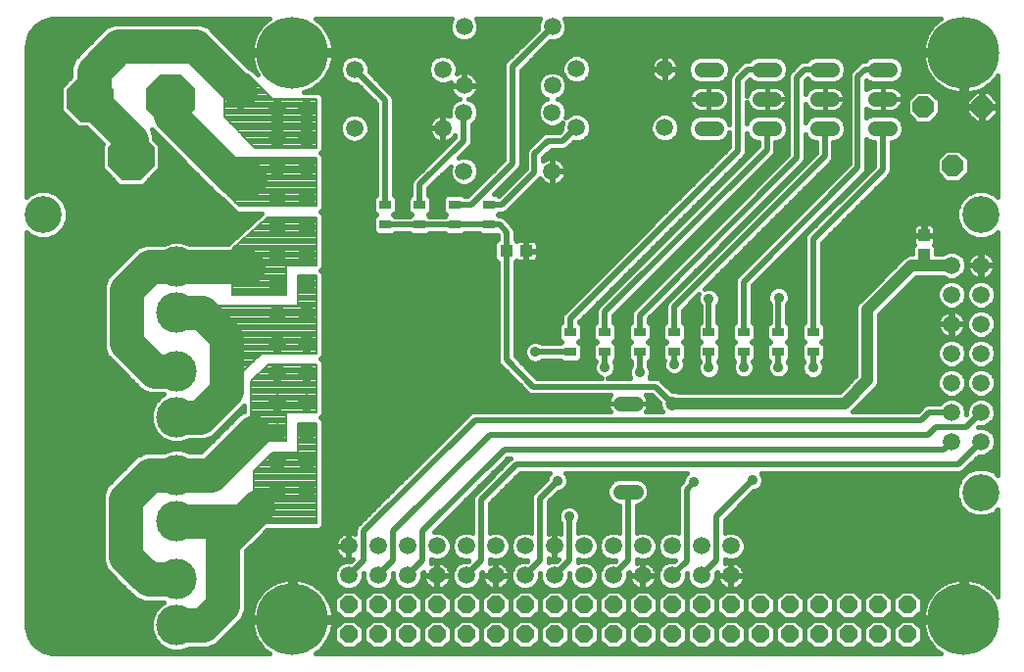
<source format=gtl>
G75*
%MOIN*%
%OFA0B0*%
%FSLAX24Y24*%
%IPPOS*%
%LPD*%
%AMOC8*
5,1,8,0,0,1.08239X$1,22.5*
%
%ADD10C,0.0594*%
%ADD11R,0.0400X0.0300*%
%ADD12OC8,0.0709*%
%ADD13C,0.0515*%
%ADD14C,0.2441*%
%ADD15OC8,0.0600*%
%ADD16C,0.1378*%
%ADD17OC8,0.1660*%
%ADD18OC8,0.1575*%
%ADD19R,0.0394X0.0433*%
%ADD20R,0.0433X0.0394*%
%ADD21C,0.1260*%
%ADD22C,0.0472*%
%ADD23C,0.0394*%
%ADD24C,0.0197*%
%ADD25C,0.0157*%
%ADD26C,0.0356*%
%ADD27C,0.1181*%
%ADD28C,0.0079*%
D10*
X009861Y007876D03*
X010861Y007876D03*
X010861Y008876D03*
X009861Y008876D03*
X009861Y009876D03*
X010861Y009876D03*
X010861Y010876D03*
X009861Y010876D03*
X009861Y011876D03*
X010861Y011876D03*
X010861Y012876D03*
X009861Y012876D03*
X009861Y013876D03*
X010861Y013876D03*
X010861Y014876D03*
X009861Y014876D03*
X009861Y015876D03*
X010861Y015876D03*
X010861Y016876D03*
X009861Y016876D03*
X009861Y017876D03*
X010861Y017876D03*
X010861Y018876D03*
X009861Y018876D03*
X009861Y019876D03*
X010861Y019876D03*
X010861Y020876D03*
X009861Y020876D03*
X012475Y020222D03*
X012475Y022222D03*
X015475Y022222D03*
X016204Y021671D03*
X016200Y020754D03*
X015475Y020222D03*
X016200Y018754D03*
X019200Y018754D03*
X020023Y020246D03*
X019200Y020754D03*
X019204Y021671D03*
X020023Y022246D03*
X019204Y023671D03*
X016204Y023671D03*
X023023Y022246D03*
X023023Y020246D03*
X032786Y015557D03*
X032786Y014557D03*
X033786Y014557D03*
X033786Y015557D03*
X033786Y013557D03*
X032786Y013557D03*
X032786Y012557D03*
X032786Y011557D03*
X033786Y011557D03*
X033786Y012557D03*
X033786Y010557D03*
X032786Y010557D03*
X032786Y009557D03*
X033786Y009557D03*
X025279Y006002D03*
X024279Y006002D03*
X024279Y005002D03*
X025279Y005002D03*
X023279Y005002D03*
X023279Y006002D03*
X022279Y006002D03*
X021279Y006002D03*
X021279Y005002D03*
X022279Y005002D03*
X020279Y005002D03*
X020279Y006002D03*
X019279Y006002D03*
X018279Y006002D03*
X018279Y005002D03*
X019279Y005002D03*
X017279Y005002D03*
X017279Y006002D03*
X016279Y006002D03*
X015279Y006002D03*
X015279Y005002D03*
X016279Y005002D03*
X014279Y005002D03*
X013279Y005002D03*
X013279Y006002D03*
X014279Y006002D03*
X012279Y006002D03*
X012279Y005002D03*
D11*
X019810Y012606D03*
X019810Y013295D03*
X020991Y013295D03*
X020991Y012606D03*
X022172Y012606D03*
X022172Y013295D03*
X023353Y013295D03*
X023353Y012606D03*
X024534Y012606D03*
X024534Y013295D03*
X025716Y013295D03*
X025716Y012606D03*
X026897Y012606D03*
X026897Y013295D03*
X028078Y013295D03*
X028078Y012606D03*
X017054Y016937D03*
X017054Y017626D03*
X015873Y017626D03*
X015873Y016937D03*
X014692Y016937D03*
X014692Y017626D03*
X013511Y017626D03*
X013511Y016937D03*
D12*
X031822Y020943D03*
X033822Y020943D03*
X032822Y018943D03*
D13*
X030697Y020218D02*
X030182Y020218D01*
X030182Y021218D02*
X030697Y021218D01*
X030697Y022218D02*
X030182Y022218D01*
X028729Y022218D02*
X028214Y022218D01*
X028214Y021218D02*
X028729Y021218D01*
X028729Y020218D02*
X028214Y020218D01*
X026760Y020218D02*
X026245Y020218D01*
X026245Y021218D02*
X026760Y021218D01*
X026760Y022218D02*
X026245Y022218D01*
X024792Y022218D02*
X024277Y022218D01*
X024277Y021218D02*
X024792Y021218D01*
X024792Y020218D02*
X024277Y020218D01*
X022036Y010852D02*
X021521Y010852D01*
X021521Y007852D02*
X022036Y007852D01*
D14*
X033196Y003502D03*
X010361Y003502D03*
X010361Y022793D03*
X033196Y022793D03*
D15*
X031279Y004002D03*
X030279Y004002D03*
X029279Y004002D03*
X028279Y004002D03*
X027279Y004002D03*
X026279Y004002D03*
X025279Y004002D03*
X024279Y004002D03*
X023279Y004002D03*
X022279Y004002D03*
X021279Y004002D03*
X020279Y004002D03*
X019279Y004002D03*
X018279Y004002D03*
X017279Y004002D03*
X016279Y004002D03*
X015279Y004002D03*
X014279Y004002D03*
X013279Y004002D03*
X012279Y004002D03*
X012279Y003002D03*
X013279Y003002D03*
X014279Y003002D03*
X015279Y003002D03*
X016279Y003002D03*
X017279Y003002D03*
X018279Y003002D03*
X019279Y003002D03*
X020279Y003002D03*
X021279Y003002D03*
X022279Y003002D03*
X023279Y003002D03*
X024279Y003002D03*
X025279Y003002D03*
X026279Y003002D03*
X027279Y003002D03*
X028279Y003002D03*
X029279Y003002D03*
X030279Y003002D03*
X031279Y003002D03*
D16*
X006424Y003313D03*
X006424Y004872D03*
X006424Y006856D03*
X006424Y008415D03*
X006424Y010400D03*
X006424Y011959D03*
X006424Y013943D03*
X006424Y015502D03*
D17*
X006227Y021218D03*
D18*
X004869Y019250D03*
X003471Y021218D03*
D19*
X031853Y016573D03*
X031853Y015903D03*
D20*
X018310Y016045D03*
X017641Y016045D03*
D21*
X001897Y017281D03*
X033786Y017281D03*
X033786Y007833D03*
D22*
X023286Y010860D03*
D23*
X029149Y010860D01*
X029928Y011640D01*
X029928Y014057D01*
X031428Y015557D01*
X031814Y015557D01*
X032786Y015557D01*
X010861Y019876D02*
X010861Y020876D01*
X009861Y020876D02*
X009861Y019876D01*
D24*
X012475Y022222D02*
X013511Y021187D01*
X013511Y017626D01*
X013511Y016937D02*
X014692Y016937D01*
X015873Y016937D01*
X017054Y016937D01*
X017056Y016939D01*
X017405Y016939D01*
X017645Y016699D01*
X017645Y016049D01*
X017641Y016045D01*
X017641Y012348D01*
X018558Y011431D01*
X022716Y011431D01*
X023286Y010860D01*
X022176Y011911D02*
X022176Y012602D01*
X022172Y012606D01*
X022172Y013295D02*
X022172Y013864D01*
X027515Y019207D01*
X027515Y021959D01*
X027775Y022218D01*
X028471Y022218D01*
X029597Y021978D02*
X029597Y018880D01*
X025716Y014998D01*
X025716Y013295D01*
X025716Y012606D02*
X025716Y012081D01*
X024534Y012073D02*
X024534Y012606D01*
X024534Y013295D02*
X024534Y014407D01*
X024527Y014415D01*
X023353Y014155D02*
X028471Y019274D01*
X028471Y020218D01*
X030440Y020218D02*
X030440Y018809D01*
X028078Y016447D01*
X028078Y013295D01*
X028078Y012606D02*
X028078Y012077D01*
X028074Y012073D01*
X026897Y012081D02*
X026897Y012606D01*
X026897Y013295D02*
X026897Y014455D01*
X026901Y014459D01*
X023353Y014155D02*
X023353Y013295D01*
X023353Y012606D02*
X023353Y012191D01*
X023349Y012187D01*
X020991Y012092D02*
X020991Y012606D01*
X020991Y013295D02*
X020991Y013974D01*
X026503Y019486D01*
X026503Y020218D01*
X025523Y019459D02*
X019810Y013746D01*
X019810Y013295D01*
X019808Y012608D02*
X018625Y012608D01*
X019808Y012608D02*
X019810Y012606D01*
X016570Y010293D02*
X031763Y010293D01*
X032027Y010557D01*
X032786Y010557D01*
X033282Y010053D02*
X032243Y010053D01*
X031987Y009797D01*
X017074Y009797D01*
X013779Y006502D01*
X013779Y005502D01*
X013279Y005002D01*
X012779Y005502D02*
X012779Y006502D01*
X016570Y010293D01*
X017570Y009293D02*
X032523Y009293D01*
X032786Y009557D01*
X033282Y010053D02*
X033786Y010557D01*
X033786Y009557D02*
X033011Y008781D01*
X017979Y008781D01*
X016779Y007581D01*
X016779Y005502D01*
X016279Y005002D01*
X014779Y005502D02*
X014779Y006502D01*
X017570Y009293D01*
X018779Y007632D02*
X019377Y008230D01*
X018779Y007632D02*
X018779Y005502D01*
X018279Y005002D01*
X019279Y005002D02*
X019779Y005502D01*
X019779Y007010D01*
X021779Y007852D02*
X021779Y005502D01*
X021279Y005002D01*
X023279Y005002D02*
X023282Y005002D01*
X023771Y005490D01*
X023771Y007931D01*
X024034Y008195D01*
X024779Y007006D02*
X026015Y008242D01*
X024779Y007006D02*
X024779Y005502D01*
X024279Y005002D01*
X014779Y005502D02*
X014279Y005002D01*
X012779Y005502D02*
X012279Y005002D01*
X014692Y017626D02*
X014692Y018301D01*
X016190Y019799D01*
X016190Y020744D01*
X016200Y020754D01*
X017849Y022317D02*
X017849Y019029D01*
X016446Y017626D01*
X015873Y017626D01*
X017054Y017626D02*
X017497Y017626D01*
X018597Y018726D01*
X018597Y019337D01*
X019050Y019789D01*
X019566Y019789D01*
X020023Y020246D01*
X017849Y022317D02*
X019204Y023671D01*
X025523Y021896D02*
X025523Y019459D01*
X025523Y021896D02*
X025845Y022218D01*
X026503Y022218D01*
X029597Y021978D02*
X029838Y022218D01*
X030440Y022218D01*
X031853Y015903D02*
X031853Y015596D01*
X031814Y015557D01*
D25*
X001852Y002446D02*
X001608Y002623D01*
X001431Y002867D01*
X001338Y003154D01*
X001326Y003305D01*
X001326Y016683D01*
X001428Y016581D01*
X001732Y016455D01*
X002061Y016455D01*
X002365Y016581D01*
X002598Y016813D01*
X002723Y017117D01*
X002723Y017446D01*
X002598Y017750D01*
X002365Y017982D01*
X002061Y018108D01*
X001732Y018108D01*
X001428Y017982D01*
X001326Y017880D01*
X001326Y022990D01*
X001338Y023141D01*
X001431Y023428D01*
X001608Y023672D01*
X001852Y023850D01*
X002139Y023943D01*
X002290Y023955D01*
X009581Y023955D01*
X009527Y023918D01*
X009420Y023831D01*
X009323Y023734D01*
X009236Y023628D01*
X009160Y023513D01*
X009095Y023392D01*
X009042Y023265D01*
X009002Y023134D01*
X008975Y022999D01*
X008963Y022872D01*
X010282Y022872D01*
X010282Y022715D01*
X008963Y022715D01*
X008975Y022588D01*
X009002Y022453D01*
X009042Y022321D01*
X009095Y022194D01*
X009160Y022073D01*
X009179Y022045D01*
X009009Y022212D01*
X008942Y022280D01*
X008939Y022280D01*
X008938Y022282D01*
X008900Y022282D01*
X007730Y023452D01*
X007508Y023673D01*
X007219Y023793D01*
X004307Y023793D01*
X004018Y023673D01*
X003796Y023452D01*
X002950Y022605D01*
X002830Y022316D01*
X002830Y021969D01*
X002487Y021626D01*
X002487Y020811D01*
X003064Y020234D01*
X003342Y020234D01*
X003902Y019675D01*
X003885Y019658D01*
X003885Y018842D01*
X004461Y018266D01*
X005277Y018266D01*
X005853Y018842D01*
X005853Y019658D01*
X005656Y019854D01*
X005656Y019977D01*
X005575Y020175D01*
X007690Y018060D01*
X007911Y017838D01*
X007973Y017813D01*
X008387Y017402D01*
X008456Y017333D01*
X008457Y017333D01*
X008457Y017332D01*
X008555Y017333D01*
X009321Y017333D01*
X008243Y016360D01*
X008236Y016360D01*
X008171Y016295D01*
X008164Y016289D01*
X006838Y016289D01*
X006600Y016388D01*
X006248Y016388D01*
X006010Y016289D01*
X005358Y016289D01*
X005069Y016169D01*
X004847Y015948D01*
X004060Y015161D01*
X003940Y014871D01*
X003940Y012755D01*
X004060Y012465D01*
X004281Y012244D01*
X005234Y011291D01*
X005523Y011171D01*
X005972Y011171D01*
X005922Y011151D01*
X005673Y010901D01*
X005538Y010576D01*
X005538Y010223D01*
X005673Y009898D01*
X005922Y009649D01*
X006248Y009514D01*
X006600Y009514D01*
X006838Y009612D01*
X007372Y009612D01*
X007662Y009732D01*
X008559Y010630D01*
X008708Y010779D01*
X008708Y010591D01*
X008592Y010543D01*
X007252Y009203D01*
X006838Y009203D01*
X006600Y009301D01*
X006248Y009301D01*
X006010Y009203D01*
X005350Y009203D01*
X005061Y009083D01*
X004246Y008268D01*
X004024Y008046D01*
X003905Y007757D01*
X003905Y005491D01*
X004024Y005202D01*
X004526Y004700D01*
X004733Y004493D01*
X005021Y004204D01*
X005311Y004085D01*
X005972Y004085D01*
X005922Y004064D01*
X005673Y003815D01*
X005538Y003489D01*
X005538Y003137D01*
X005673Y002811D01*
X005922Y002562D01*
X006248Y002427D01*
X006600Y002427D01*
X006838Y002526D01*
X007490Y002526D01*
X007780Y002645D01*
X008445Y003311D01*
X008667Y003532D01*
X008786Y003822D01*
X008786Y005837D01*
X009114Y006165D01*
X009336Y006387D01*
X009487Y006537D01*
X011270Y006537D01*
X011408Y006676D01*
X011408Y010273D01*
X011311Y010370D01*
X011408Y010467D01*
X011408Y012277D01*
X011317Y012368D01*
X011408Y012459D01*
X011408Y015301D01*
X011327Y015382D01*
X011408Y015463D01*
X011408Y017277D01*
X011311Y017374D01*
X011408Y017471D01*
X011408Y019308D01*
X011329Y019388D01*
X011408Y019467D01*
X011408Y021312D01*
X011270Y021451D01*
X010756Y021451D01*
X010833Y021474D01*
X010960Y021527D01*
X011081Y021592D01*
X011196Y021668D01*
X011302Y021755D01*
X011399Y021852D01*
X011486Y021959D01*
X011563Y022073D01*
X011628Y022194D01*
X011680Y022321D01*
X011720Y022453D01*
X011747Y022588D01*
X011759Y022715D01*
X010440Y022715D01*
X010440Y022872D01*
X011759Y022872D01*
X011747Y022999D01*
X011720Y023134D01*
X011680Y023265D01*
X011628Y023392D01*
X011563Y023513D01*
X011486Y023628D01*
X011399Y023734D01*
X011302Y023831D01*
X011196Y023918D01*
X011142Y023955D01*
X015789Y023955D01*
X015785Y023951D01*
X015710Y023769D01*
X015710Y023573D01*
X015785Y023392D01*
X015924Y023253D01*
X016106Y023177D01*
X016302Y023177D01*
X016483Y023253D01*
X016622Y023392D01*
X016697Y023573D01*
X016697Y023769D01*
X016622Y023951D01*
X016618Y023955D01*
X018789Y023955D01*
X018785Y023951D01*
X018710Y023769D01*
X018710Y023595D01*
X017599Y022484D01*
X017554Y022376D01*
X017554Y019152D01*
X016324Y017921D01*
X016206Y017921D01*
X016155Y017973D01*
X015591Y017973D01*
X015476Y017857D01*
X015476Y017394D01*
X015589Y017281D01*
X015540Y017232D01*
X015025Y017232D01*
X014976Y017281D01*
X015089Y017394D01*
X015089Y017857D01*
X014987Y017959D01*
X014987Y018179D01*
X015738Y018930D01*
X015706Y018852D01*
X015706Y018656D01*
X015781Y018474D01*
X015920Y018335D01*
X016102Y018260D01*
X016298Y018260D01*
X016479Y018335D01*
X016618Y018474D01*
X016694Y018656D01*
X016694Y018852D01*
X016618Y019034D01*
X016479Y019172D01*
X016298Y019248D01*
X016102Y019248D01*
X016024Y019215D01*
X016357Y019549D01*
X016440Y019632D01*
X016485Y019740D01*
X016485Y020341D01*
X016618Y020474D01*
X016694Y020656D01*
X016694Y020852D01*
X016618Y021034D01*
X016479Y021172D01*
X016360Y021222D01*
X016386Y021230D01*
X016453Y021264D01*
X016514Y021308D01*
X016566Y021361D01*
X016611Y021422D01*
X016644Y021489D01*
X016668Y021560D01*
X016679Y021634D01*
X016679Y021652D01*
X016223Y021652D01*
X016223Y021691D01*
X016184Y021691D01*
X016184Y022147D01*
X016166Y022147D01*
X016092Y022135D01*
X016021Y022112D01*
X015954Y022078D01*
X015948Y022073D01*
X015969Y022124D01*
X015969Y022321D01*
X015894Y022502D01*
X015755Y022641D01*
X015574Y022716D01*
X015377Y022716D01*
X015196Y022641D01*
X015057Y022502D01*
X014982Y022321D01*
X014982Y022124D01*
X015057Y021943D01*
X015196Y021804D01*
X015377Y021729D01*
X015574Y021729D01*
X015745Y021800D01*
X015740Y021783D01*
X015728Y021709D01*
X015728Y021691D01*
X016184Y021691D01*
X016184Y021652D01*
X015728Y021652D01*
X015728Y021634D01*
X015740Y021560D01*
X015763Y021489D01*
X015797Y021422D01*
X015841Y021361D01*
X015894Y021308D01*
X015954Y021264D01*
X016021Y021230D01*
X016043Y021223D01*
X015920Y021172D01*
X015781Y021034D01*
X015706Y020852D01*
X015706Y020656D01*
X015715Y020634D01*
X015658Y020663D01*
X015587Y020686D01*
X015513Y020698D01*
X015495Y020698D01*
X015495Y020242D01*
X015456Y020242D01*
X015456Y020698D01*
X015438Y020698D01*
X015364Y020686D01*
X015293Y020663D01*
X015226Y020629D01*
X015166Y020585D01*
X015113Y020532D01*
X015069Y020472D01*
X015035Y020405D01*
X015012Y020334D01*
X015000Y020260D01*
X015000Y020242D01*
X015456Y020242D01*
X015456Y020203D01*
X013806Y020203D01*
X013806Y020359D02*
X015020Y020359D01*
X015000Y020203D02*
X015000Y020185D01*
X015012Y020111D01*
X015035Y020040D01*
X015069Y019973D01*
X015113Y019913D01*
X015166Y019860D01*
X015226Y019816D01*
X015293Y019782D01*
X015364Y019758D01*
X015438Y019747D01*
X015456Y019747D01*
X015456Y020203D01*
X015495Y020203D01*
X015495Y019747D01*
X015513Y019747D01*
X015587Y019758D01*
X015658Y019782D01*
X015725Y019816D01*
X015785Y019860D01*
X015838Y019913D01*
X015882Y019973D01*
X015895Y019998D01*
X015895Y019921D01*
X014442Y018468D01*
X014397Y018360D01*
X014397Y017959D01*
X014295Y017857D01*
X014295Y017394D01*
X014408Y017281D01*
X014359Y017232D01*
X013844Y017232D01*
X013795Y017281D01*
X013908Y017394D01*
X013908Y017857D01*
X013806Y017959D01*
X013806Y021246D01*
X013761Y021354D01*
X012969Y022146D01*
X012969Y022321D01*
X012894Y022502D01*
X012755Y022641D01*
X012574Y022716D01*
X012377Y022716D01*
X012196Y022641D01*
X012057Y022502D01*
X011982Y022321D01*
X011982Y022124D01*
X012057Y021943D01*
X012196Y021804D01*
X012377Y021729D01*
X012552Y021729D01*
X013216Y021065D01*
X013216Y017959D01*
X013114Y017857D01*
X013114Y017394D01*
X013227Y017281D01*
X013114Y017168D01*
X013114Y016705D01*
X013229Y016590D01*
X013792Y016590D01*
X013844Y016642D01*
X014359Y016642D01*
X014410Y016590D01*
X014973Y016590D01*
X015025Y016642D01*
X015540Y016642D01*
X015591Y016590D01*
X016155Y016590D01*
X016206Y016642D01*
X016721Y016642D01*
X016773Y016590D01*
X017336Y016590D01*
X017349Y016576D01*
X017349Y016439D01*
X017343Y016439D01*
X017227Y016324D01*
X017227Y015767D01*
X017343Y015652D01*
X017345Y015652D01*
X017345Y012290D01*
X017390Y012181D01*
X017473Y012098D01*
X017473Y012098D01*
X018308Y011264D01*
X018308Y011264D01*
X018391Y011181D01*
X018499Y011136D01*
X021188Y011136D01*
X021148Y011081D01*
X021117Y011020D01*
X021096Y010954D01*
X021085Y010887D01*
X021085Y010852D01*
X021085Y010818D01*
X021096Y010750D01*
X021117Y010685D01*
X021148Y010624D01*
X021174Y010589D01*
X016511Y010589D01*
X016403Y010544D01*
X016320Y010461D01*
X012528Y006669D01*
X012483Y006561D01*
X012483Y006431D01*
X012461Y006443D01*
X012390Y006466D01*
X012316Y006477D01*
X012298Y006477D01*
X012298Y006022D01*
X012259Y006022D01*
X012259Y006477D01*
X012241Y006477D01*
X012167Y006466D01*
X012096Y006443D01*
X012029Y006409D01*
X011969Y006365D01*
X011916Y006312D01*
X011872Y006251D01*
X011838Y006184D01*
X011815Y006113D01*
X011803Y006039D01*
X011803Y006022D01*
X012259Y006022D01*
X012259Y005982D01*
X012298Y005982D01*
X012298Y005526D01*
X012316Y005526D01*
X012390Y005538D01*
X012401Y005541D01*
X012355Y005496D01*
X012180Y005496D01*
X011999Y005420D01*
X011860Y005282D01*
X011785Y005100D01*
X011785Y004904D01*
X011860Y004722D01*
X011999Y004583D01*
X012180Y004508D01*
X012377Y004508D01*
X012558Y004583D01*
X012697Y004722D01*
X012772Y004904D01*
X012772Y005078D01*
X012785Y005091D01*
X012785Y004904D01*
X012860Y004722D01*
X012999Y004583D01*
X013180Y004508D01*
X013377Y004508D01*
X013558Y004583D01*
X013697Y004722D01*
X013772Y004904D01*
X013772Y005078D01*
X013785Y005091D01*
X013785Y004904D01*
X013860Y004722D01*
X013999Y004583D01*
X014180Y004508D01*
X014377Y004508D01*
X014558Y004583D01*
X014697Y004722D01*
X014772Y004904D01*
X014772Y005078D01*
X014818Y005124D01*
X014815Y005113D01*
X014803Y005039D01*
X014803Y005022D01*
X015259Y005022D01*
X015259Y005477D01*
X015241Y005477D01*
X015167Y005466D01*
X015096Y005443D01*
X015068Y005428D01*
X015074Y005443D01*
X015074Y005552D01*
X015180Y005508D01*
X015377Y005508D01*
X015558Y005583D01*
X015697Y005722D01*
X015772Y005904D01*
X015772Y006100D01*
X015697Y006282D01*
X015558Y006420D01*
X015377Y006496D01*
X015190Y006496D01*
X017692Y008998D01*
X017778Y008998D01*
X017729Y008949D01*
X017729Y008949D01*
X016611Y007831D01*
X016528Y007748D01*
X016483Y007639D01*
X016483Y006451D01*
X016377Y006496D01*
X016180Y006496D01*
X015999Y006420D01*
X015860Y006282D01*
X015785Y006100D01*
X015785Y005904D01*
X015860Y005722D01*
X015999Y005583D01*
X016180Y005508D01*
X016367Y005508D01*
X016355Y005496D01*
X016180Y005496D01*
X015999Y005420D01*
X015860Y005282D01*
X015785Y005100D01*
X015785Y004904D01*
X015860Y004722D01*
X015999Y004583D01*
X016180Y004508D01*
X016377Y004508D01*
X016558Y004583D01*
X016697Y004722D01*
X016772Y004904D01*
X016772Y005078D01*
X016818Y005124D01*
X016815Y005113D01*
X016803Y005039D01*
X016803Y005022D01*
X017259Y005022D01*
X017259Y005477D01*
X017241Y005477D01*
X017167Y005466D01*
X017096Y005443D01*
X017068Y005428D01*
X017074Y005443D01*
X017074Y005552D01*
X017180Y005508D01*
X017377Y005508D01*
X017558Y005583D01*
X017697Y005722D01*
X017772Y005904D01*
X017772Y006100D01*
X017697Y006282D01*
X017558Y006420D01*
X017377Y006496D01*
X017180Y006496D01*
X017074Y006451D01*
X017074Y007458D01*
X018102Y008486D01*
X019103Y008486D01*
X019059Y008443D01*
X019002Y008305D01*
X019002Y008273D01*
X018528Y007799D01*
X018483Y007691D01*
X018483Y006451D01*
X018377Y006496D01*
X018180Y006496D01*
X017999Y006420D01*
X017860Y006282D01*
X017785Y006100D01*
X017785Y005904D01*
X017860Y005722D01*
X017999Y005583D01*
X018180Y005508D01*
X018367Y005508D01*
X018355Y005496D01*
X018180Y005496D01*
X017999Y005420D01*
X017860Y005282D01*
X017785Y005100D01*
X017785Y004904D01*
X017860Y004722D01*
X017999Y004583D01*
X018180Y004508D01*
X018377Y004508D01*
X018558Y004583D01*
X018697Y004722D01*
X018772Y004904D01*
X018772Y005078D01*
X018785Y005091D01*
X018785Y004904D01*
X018860Y004722D01*
X018999Y004583D01*
X019180Y004508D01*
X019377Y004508D01*
X019558Y004583D01*
X019697Y004722D01*
X019772Y004904D01*
X019772Y005078D01*
X019785Y005091D01*
X019785Y004904D01*
X019860Y004722D01*
X019999Y004583D01*
X020180Y004508D01*
X020377Y004508D01*
X020558Y004583D01*
X020697Y004722D01*
X020772Y004904D01*
X020772Y005100D01*
X020697Y005282D01*
X020558Y005420D01*
X020377Y005496D01*
X020180Y005496D01*
X020074Y005451D01*
X020074Y005552D01*
X020180Y005508D01*
X020377Y005508D01*
X020558Y005583D01*
X020697Y005722D01*
X020772Y005904D01*
X020772Y006100D01*
X020697Y006282D01*
X020558Y006420D01*
X020377Y006496D01*
X020180Y006496D01*
X020074Y006451D01*
X020074Y006775D01*
X020096Y006797D01*
X020154Y006935D01*
X020154Y007084D01*
X020096Y007222D01*
X019991Y007328D01*
X019853Y007385D01*
X019704Y007385D01*
X019566Y007328D01*
X019461Y007222D01*
X019404Y007084D01*
X019404Y006935D01*
X019461Y006797D01*
X019483Y006775D01*
X019483Y006431D01*
X019461Y006443D01*
X019390Y006466D01*
X019316Y006477D01*
X019298Y006477D01*
X019298Y006022D01*
X019259Y006022D01*
X019259Y006477D01*
X019241Y006477D01*
X019167Y006466D01*
X019096Y006443D01*
X019074Y006431D01*
X019074Y007510D01*
X019420Y007855D01*
X019452Y007855D01*
X019589Y007912D01*
X019695Y008018D01*
X019752Y008156D01*
X019752Y008305D01*
X019695Y008443D01*
X019651Y008486D01*
X023796Y008486D01*
X023717Y008407D01*
X023659Y008269D01*
X023659Y008237D01*
X023520Y008098D01*
X023475Y007990D01*
X023475Y006455D01*
X023377Y006496D01*
X023180Y006496D01*
X022999Y006420D01*
X022860Y006282D01*
X022785Y006100D01*
X022785Y005904D01*
X022860Y005722D01*
X022999Y005583D01*
X023180Y005508D01*
X023371Y005508D01*
X023359Y005496D01*
X023180Y005496D01*
X022999Y005420D01*
X022860Y005282D01*
X022785Y005100D01*
X022785Y004904D01*
X022860Y004722D01*
X022999Y004583D01*
X023180Y004508D01*
X023377Y004508D01*
X023558Y004583D01*
X023697Y004722D01*
X023772Y004904D01*
X023772Y005074D01*
X023785Y005087D01*
X023785Y004904D01*
X023860Y004722D01*
X023999Y004583D01*
X024180Y004508D01*
X024377Y004508D01*
X024558Y004583D01*
X024697Y004722D01*
X024772Y004904D01*
X024772Y005078D01*
X024818Y005124D01*
X024815Y005113D01*
X024803Y005039D01*
X024803Y005022D01*
X025259Y005022D01*
X025259Y005477D01*
X025241Y005477D01*
X025167Y005466D01*
X025096Y005443D01*
X025068Y005428D01*
X025074Y005443D01*
X025074Y005552D01*
X025180Y005508D01*
X025377Y005508D01*
X025558Y005583D01*
X025697Y005722D01*
X025772Y005904D01*
X025772Y006100D01*
X025697Y006282D01*
X025558Y006420D01*
X025377Y006496D01*
X025180Y006496D01*
X025074Y006451D01*
X025074Y006884D01*
X026057Y007867D01*
X026089Y007867D01*
X026227Y007924D01*
X026333Y008030D01*
X026390Y008167D01*
X026390Y008317D01*
X026333Y008454D01*
X026301Y008486D01*
X033070Y008486D01*
X033178Y008531D01*
X033261Y008614D01*
X033710Y009063D01*
X033885Y009063D01*
X034066Y009138D01*
X034205Y009277D01*
X034280Y009459D01*
X034280Y009655D01*
X034205Y009837D01*
X034066Y009976D01*
X033885Y010051D01*
X033698Y010051D01*
X033710Y010063D01*
X033885Y010063D01*
X034066Y010138D01*
X034205Y010277D01*
X034280Y010459D01*
X034280Y010655D01*
X034205Y010837D01*
X034066Y010976D01*
X033885Y011051D01*
X033688Y011051D01*
X033507Y010976D01*
X033368Y010837D01*
X033293Y010655D01*
X033293Y010481D01*
X033280Y010468D01*
X033280Y010655D01*
X033205Y010837D01*
X033066Y010976D01*
X032885Y011051D01*
X032688Y011051D01*
X032507Y010976D01*
X032383Y010852D01*
X031968Y010852D01*
X031859Y010807D01*
X031640Y010589D01*
X029434Y010589D01*
X029482Y010637D01*
X030262Y011417D01*
X030322Y011561D01*
X030322Y013894D01*
X031591Y015163D01*
X032482Y015163D01*
X032507Y015138D01*
X032688Y015063D01*
X032885Y015063D01*
X033066Y015138D01*
X033205Y015277D01*
X033280Y015459D01*
X033280Y015655D01*
X033205Y015837D01*
X033066Y015976D01*
X032885Y016051D01*
X032688Y016051D01*
X032507Y015976D01*
X032482Y015951D01*
X032247Y015951D01*
X032247Y016202D01*
X032196Y016252D01*
X032217Y016287D01*
X032229Y016333D01*
X032229Y016553D01*
X031873Y016553D01*
X031873Y016592D01*
X032229Y016592D01*
X032229Y016813D01*
X032217Y016858D01*
X032193Y016899D01*
X032160Y016932D01*
X032119Y016956D01*
X032074Y016968D01*
X031873Y016968D01*
X031873Y016592D01*
X031834Y016592D01*
X031834Y016553D01*
X031478Y016553D01*
X031478Y016333D01*
X031490Y016287D01*
X031510Y016252D01*
X031460Y016202D01*
X031460Y015951D01*
X031350Y015951D01*
X031205Y015891D01*
X031094Y015780D01*
X029705Y014391D01*
X029594Y014280D01*
X029534Y014135D01*
X029534Y011803D01*
X028986Y011254D01*
X023468Y011254D01*
X023373Y011293D01*
X023271Y011293D01*
X022966Y011598D01*
X022883Y011681D01*
X022774Y011726D01*
X022505Y011726D01*
X022551Y011837D01*
X022551Y011986D01*
X022494Y012124D01*
X022471Y012146D01*
X022471Y012277D01*
X022569Y012375D01*
X022569Y012838D01*
X022456Y012951D01*
X022569Y013064D01*
X022569Y013527D01*
X022468Y013628D01*
X022468Y013742D01*
X027765Y019039D01*
X027810Y019148D01*
X027810Y020006D01*
X027829Y019961D01*
X027957Y019833D01*
X028124Y019764D01*
X028176Y019764D01*
X028176Y019396D01*
X023103Y014323D01*
X023058Y014214D01*
X023058Y013628D01*
X022956Y013527D01*
X022956Y013064D01*
X023069Y012951D01*
X022956Y012838D01*
X022956Y012375D01*
X023002Y012329D01*
X022974Y012262D01*
X022974Y012112D01*
X023032Y011975D01*
X023137Y011869D01*
X023275Y011812D01*
X023424Y011812D01*
X023562Y011869D01*
X023667Y011975D01*
X023724Y012112D01*
X023724Y012262D01*
X023699Y012323D01*
X023750Y012375D01*
X023750Y012838D01*
X023637Y012951D01*
X023750Y013064D01*
X023750Y013527D01*
X023649Y013628D01*
X023649Y014033D01*
X024184Y014569D01*
X024152Y014490D01*
X024152Y014341D01*
X024209Y014203D01*
X024239Y014172D01*
X024239Y013628D01*
X024138Y013527D01*
X024138Y013064D01*
X024251Y012951D01*
X024138Y012838D01*
X024138Y012375D01*
X024222Y012290D01*
X024217Y012285D01*
X024159Y012147D01*
X024159Y011998D01*
X024217Y011860D01*
X024322Y011755D01*
X024460Y011698D01*
X024609Y011698D01*
X024747Y011755D01*
X024852Y011860D01*
X024909Y011998D01*
X024909Y012147D01*
X024852Y012285D01*
X024847Y012290D01*
X024931Y012375D01*
X024931Y012838D01*
X024818Y012951D01*
X024931Y013064D01*
X024931Y013527D01*
X024830Y013628D01*
X024830Y014188D01*
X024844Y014203D01*
X024902Y014341D01*
X024902Y014490D01*
X024844Y014628D01*
X024739Y014733D01*
X024601Y014790D01*
X024452Y014790D01*
X024373Y014758D01*
X028639Y019023D01*
X028722Y019106D01*
X028767Y019215D01*
X028767Y019764D01*
X028819Y019764D01*
X028986Y019833D01*
X029114Y019961D01*
X029183Y020128D01*
X029183Y020309D01*
X029114Y020476D01*
X028986Y020604D01*
X028819Y020673D01*
X028124Y020673D01*
X027957Y020604D01*
X027829Y020476D01*
X027810Y020430D01*
X027810Y021050D01*
X027841Y020990D01*
X027881Y020934D01*
X027930Y020886D01*
X027985Y020845D01*
X028047Y020814D01*
X028112Y020793D01*
X028180Y020782D01*
X028471Y020782D01*
X028471Y021218D01*
X028471Y021218D01*
X028471Y020782D01*
X028763Y020782D01*
X028831Y020793D01*
X028896Y020814D01*
X028958Y020845D01*
X029013Y020886D01*
X029062Y020934D01*
X029102Y020990D01*
X029133Y021051D01*
X029154Y021116D01*
X029165Y021184D01*
X029165Y021218D01*
X028471Y021218D01*
X028471Y021655D01*
X028180Y021655D01*
X028112Y021644D01*
X028047Y021623D01*
X027985Y021592D01*
X027930Y021551D01*
X027881Y021503D01*
X027841Y021447D01*
X027810Y021387D01*
X027810Y021836D01*
X027882Y021908D01*
X027957Y021833D01*
X028124Y021764D01*
X028819Y021764D01*
X028986Y021833D01*
X029114Y021961D01*
X029183Y022128D01*
X029183Y022309D01*
X029114Y022476D01*
X028986Y022604D01*
X028819Y022673D01*
X028124Y022673D01*
X027957Y022604D01*
X027867Y022514D01*
X027716Y022514D01*
X027607Y022469D01*
X027348Y022209D01*
X027264Y022126D01*
X027219Y022017D01*
X027219Y019329D01*
X022005Y014114D01*
X021922Y014031D01*
X021877Y013923D01*
X021877Y013628D01*
X021775Y013527D01*
X021775Y013064D01*
X021888Y012951D01*
X021775Y012838D01*
X021775Y012375D01*
X021881Y012269D01*
X021881Y012146D01*
X021858Y012124D01*
X021801Y011986D01*
X021801Y011837D01*
X021847Y011726D01*
X021087Y011726D01*
X021204Y011775D01*
X021309Y011880D01*
X021366Y012018D01*
X021366Y012167D01*
X021312Y012298D01*
X021388Y012375D01*
X021388Y012838D01*
X021275Y012951D01*
X021388Y013064D01*
X021388Y013527D01*
X021286Y013628D01*
X021286Y013852D01*
X026670Y019236D01*
X026753Y019319D01*
X026798Y019427D01*
X026798Y019764D01*
X026851Y019764D01*
X027018Y019833D01*
X027146Y019961D01*
X027215Y020128D01*
X027215Y020309D01*
X027146Y020476D01*
X027018Y020604D01*
X026851Y020673D01*
X026155Y020673D01*
X025988Y020604D01*
X025860Y020476D01*
X025818Y020373D01*
X025818Y021129D01*
X025820Y021116D01*
X025841Y021051D01*
X025872Y020990D01*
X025913Y020934D01*
X025961Y020886D01*
X026017Y020845D01*
X026078Y020814D01*
X026143Y020793D01*
X026211Y020782D01*
X026503Y020782D01*
X026795Y020782D01*
X026863Y020793D01*
X026928Y020814D01*
X026989Y020845D01*
X027045Y020886D01*
X027093Y020934D01*
X027134Y020990D01*
X027165Y021051D01*
X027186Y021116D01*
X027197Y021184D01*
X027197Y021218D01*
X026503Y021218D01*
X026503Y020782D01*
X026503Y021218D01*
X026503Y021218D01*
X026503Y021218D01*
X027197Y021218D01*
X027197Y021253D01*
X027186Y021321D01*
X027165Y021386D01*
X027134Y021447D01*
X027093Y021503D01*
X027045Y021551D01*
X026989Y021592D01*
X026928Y021623D01*
X026863Y021644D01*
X026795Y021655D01*
X026503Y021655D01*
X026503Y021218D01*
X026503Y021218D01*
X026503Y021655D01*
X026211Y021655D01*
X026143Y021644D01*
X026078Y021623D01*
X026017Y021592D01*
X025961Y021551D01*
X025913Y021503D01*
X025872Y021447D01*
X025841Y021386D01*
X025820Y021321D01*
X025818Y021307D01*
X025818Y021773D01*
X025933Y021888D01*
X025988Y021833D01*
X026155Y021764D01*
X026851Y021764D01*
X027018Y021833D01*
X027146Y021961D01*
X027215Y022128D01*
X027215Y022309D01*
X027146Y022476D01*
X027018Y022604D01*
X026851Y022673D01*
X026155Y022673D01*
X025988Y022604D01*
X025898Y022514D01*
X025787Y022514D01*
X025678Y022469D01*
X025595Y022386D01*
X025595Y022386D01*
X025355Y022146D01*
X025272Y022063D01*
X025227Y021954D01*
X025227Y021258D01*
X025217Y021321D01*
X025196Y021386D01*
X025165Y021447D01*
X025125Y021503D01*
X025076Y021551D01*
X025021Y021592D01*
X024959Y021623D01*
X024894Y021644D01*
X024826Y021655D01*
X024534Y021655D01*
X024243Y021655D01*
X024175Y021644D01*
X024110Y021623D01*
X024048Y021592D01*
X023993Y021551D01*
X023944Y021503D01*
X023904Y021447D01*
X023873Y021386D01*
X023851Y021321D01*
X023841Y021253D01*
X023841Y021218D01*
X023841Y021184D01*
X023851Y021116D01*
X023873Y021051D01*
X023904Y020990D01*
X023944Y020934D01*
X023993Y020886D01*
X024048Y020845D01*
X024110Y020814D01*
X024175Y020793D01*
X024243Y020782D01*
X024534Y020782D01*
X024534Y021218D01*
X024534Y021218D01*
X023841Y021218D01*
X024534Y021218D01*
X024534Y021218D01*
X024534Y020782D01*
X024826Y020782D01*
X024894Y020793D01*
X024959Y020814D01*
X025021Y020845D01*
X025076Y020886D01*
X025125Y020934D01*
X025165Y020990D01*
X025196Y021051D01*
X025217Y021116D01*
X025227Y021179D01*
X025227Y020354D01*
X025177Y020476D01*
X025049Y020604D01*
X024882Y020673D01*
X024187Y020673D01*
X024020Y020604D01*
X023892Y020476D01*
X023823Y020309D01*
X023823Y020128D01*
X023892Y019961D01*
X024020Y019833D01*
X024187Y019764D01*
X024882Y019764D01*
X025049Y019833D01*
X025177Y019961D01*
X025227Y020082D01*
X025227Y019581D01*
X019643Y013996D01*
X019560Y013913D01*
X019515Y013805D01*
X019515Y013628D01*
X019413Y013527D01*
X019413Y013064D01*
X019526Y012951D01*
X019479Y012903D01*
X018860Y012903D01*
X018837Y012926D01*
X018700Y012983D01*
X018550Y012983D01*
X018413Y012926D01*
X018307Y012821D01*
X018250Y012683D01*
X018250Y012534D01*
X018307Y012396D01*
X018413Y012290D01*
X018550Y012233D01*
X018700Y012233D01*
X018837Y012290D01*
X018860Y012313D01*
X019475Y012313D01*
X019529Y012259D01*
X020092Y012259D01*
X020207Y012375D01*
X020207Y012838D01*
X020094Y012951D01*
X020207Y013064D01*
X020207Y013527D01*
X020108Y013626D01*
X025773Y019291D01*
X025818Y019400D01*
X025818Y020063D01*
X025860Y019961D01*
X025988Y019833D01*
X026155Y019764D01*
X026208Y019764D01*
X026208Y019608D01*
X020741Y014142D01*
X020696Y014033D01*
X020696Y013628D01*
X020594Y013527D01*
X020594Y013064D01*
X020707Y012951D01*
X020594Y012838D01*
X020594Y012375D01*
X020671Y012298D01*
X020616Y012167D01*
X020616Y012018D01*
X020673Y011880D01*
X020779Y011775D01*
X020895Y011726D01*
X018680Y011726D01*
X017936Y012471D01*
X017936Y015652D01*
X017939Y015652D01*
X017989Y015702D01*
X018025Y015682D01*
X018070Y015670D01*
X018290Y015670D01*
X018290Y016026D01*
X018330Y016026D01*
X018330Y016065D01*
X018705Y016065D01*
X018705Y016266D01*
X018693Y016311D01*
X018670Y016352D01*
X018636Y016385D01*
X018596Y016409D01*
X018550Y016421D01*
X018330Y016421D01*
X018330Y016065D01*
X018290Y016065D01*
X018290Y016421D01*
X018070Y016421D01*
X018025Y016409D01*
X017989Y016388D01*
X017940Y016438D01*
X017940Y016757D01*
X017895Y016866D01*
X017812Y016949D01*
X017655Y017106D01*
X017572Y017189D01*
X017463Y017234D01*
X017385Y017234D01*
X017338Y017281D01*
X017387Y017331D01*
X017556Y017331D01*
X017664Y017376D01*
X018765Y018476D01*
X018793Y018504D01*
X018837Y018444D01*
X018890Y018391D01*
X018951Y018347D01*
X019017Y018313D01*
X019088Y018290D01*
X019162Y018278D01*
X019180Y018278D01*
X019180Y018734D01*
X019219Y018734D01*
X019219Y018278D01*
X019237Y018278D01*
X019311Y018290D01*
X019382Y018313D01*
X019449Y018347D01*
X019510Y018391D01*
X019563Y018444D01*
X019607Y018505D01*
X019641Y018571D01*
X019664Y018643D01*
X024289Y018643D01*
X024133Y018487D02*
X019594Y018487D01*
X019664Y018643D02*
X019675Y018716D01*
X019675Y018734D01*
X019219Y018734D01*
X019219Y018774D01*
X019180Y018774D01*
X019180Y019229D01*
X019162Y019229D01*
X019088Y019218D01*
X019017Y019195D01*
X018951Y019161D01*
X018893Y019119D01*
X018893Y019214D01*
X019173Y019494D01*
X019625Y019494D01*
X019733Y019539D01*
X019947Y019752D01*
X020121Y019752D01*
X020302Y019827D01*
X020441Y019966D01*
X020516Y020148D01*
X020516Y020344D01*
X020441Y020526D01*
X020302Y020665D01*
X020121Y020740D01*
X019924Y020740D01*
X019743Y020665D01*
X019665Y020586D01*
X019694Y020656D01*
X019694Y020852D01*
X019618Y021034D01*
X019479Y021172D01*
X019385Y021212D01*
X019483Y021253D01*
X019622Y021392D01*
X019697Y021573D01*
X019697Y021769D01*
X019624Y021946D01*
X019743Y021827D01*
X019924Y021752D01*
X020121Y021752D01*
X020302Y021827D01*
X020441Y021966D01*
X020516Y022148D01*
X020516Y022344D01*
X020441Y022526D01*
X020302Y022665D01*
X020121Y022740D01*
X019924Y022740D01*
X019743Y022665D01*
X019604Y022526D01*
X019529Y022344D01*
X019529Y022148D01*
X019602Y021971D01*
X019483Y022090D01*
X019302Y022165D01*
X019106Y022165D01*
X018924Y022090D01*
X018785Y021951D01*
X018710Y021769D01*
X018710Y021573D01*
X018785Y021392D01*
X018924Y021253D01*
X019019Y021213D01*
X018920Y021172D01*
X018781Y021034D01*
X018706Y020852D01*
X018706Y020656D01*
X018781Y020474D01*
X018920Y020335D01*
X019102Y020260D01*
X019298Y020260D01*
X019479Y020335D01*
X019558Y020414D01*
X019529Y020344D01*
X019529Y020170D01*
X019444Y020085D01*
X018991Y020085D01*
X018883Y020040D01*
X018800Y019957D01*
X018347Y019504D01*
X018302Y019395D01*
X018302Y018849D01*
X017381Y017927D01*
X017336Y017973D01*
X017210Y017973D01*
X018017Y018779D01*
X018100Y018862D01*
X018145Y018971D01*
X018145Y022195D01*
X019128Y023177D01*
X019302Y023177D01*
X019483Y023253D01*
X019622Y023392D01*
X019697Y023573D01*
X019697Y023769D01*
X019622Y023951D01*
X019618Y023955D01*
X032416Y023955D01*
X032361Y023918D01*
X032255Y023831D01*
X032158Y023734D01*
X032071Y023628D01*
X031994Y023513D01*
X031929Y023392D01*
X031877Y023265D01*
X031837Y023134D01*
X031810Y022999D01*
X031798Y022872D01*
X033117Y022872D01*
X033117Y022715D01*
X031798Y022715D01*
X031810Y022588D01*
X031837Y022453D01*
X031877Y022321D01*
X031929Y022194D01*
X031994Y022073D01*
X032071Y021959D01*
X032158Y021852D01*
X032255Y021755D01*
X032361Y021668D01*
X032476Y021592D01*
X032597Y021527D01*
X032724Y021474D01*
X032855Y021434D01*
X032990Y021408D01*
X033117Y021395D01*
X033117Y022714D01*
X033275Y022714D01*
X033275Y021395D01*
X033401Y021408D01*
X033536Y021434D01*
X033570Y021444D01*
X033289Y021164D01*
X033289Y020982D01*
X033782Y020982D01*
X033782Y020903D01*
X033861Y020903D01*
X033861Y020410D01*
X034043Y020410D01*
X034355Y020722D01*
X034355Y020903D01*
X033861Y020903D01*
X033861Y020982D01*
X033782Y020982D01*
X033782Y021476D01*
X033672Y021476D01*
X033795Y021527D01*
X033916Y021592D01*
X034030Y021668D01*
X034137Y021755D01*
X034234Y021852D01*
X034321Y021959D01*
X034357Y022013D01*
X034357Y017880D01*
X034255Y017982D01*
X033951Y018108D01*
X033622Y018108D01*
X033318Y017982D01*
X033086Y017750D01*
X032960Y017446D01*
X032960Y017117D01*
X033086Y016813D01*
X033318Y016581D01*
X033622Y016455D01*
X033951Y016455D01*
X034255Y016581D01*
X034357Y016683D01*
X034357Y008431D01*
X034255Y008534D01*
X033951Y008659D01*
X033622Y008659D01*
X033318Y008534D01*
X033086Y008301D01*
X032960Y007997D01*
X032960Y007668D01*
X033086Y007364D01*
X033318Y007132D01*
X033622Y007006D01*
X033951Y007006D01*
X034255Y007132D01*
X034357Y007234D01*
X034357Y004282D01*
X034321Y004336D01*
X034234Y004443D01*
X034137Y004540D01*
X034030Y004627D01*
X033916Y004703D01*
X033795Y004768D01*
X033668Y004821D01*
X033536Y004861D01*
X033401Y004888D01*
X033275Y004900D01*
X033275Y003581D01*
X033117Y003581D01*
X033117Y004900D01*
X032990Y004888D01*
X032855Y004861D01*
X032724Y004821D01*
X032597Y004768D01*
X032476Y004703D01*
X032361Y004627D01*
X032255Y004540D01*
X032158Y004443D01*
X032071Y004336D01*
X031994Y004222D01*
X031929Y004101D01*
X031877Y003974D01*
X031837Y003842D01*
X031810Y003707D01*
X031798Y003581D01*
X033117Y003581D01*
X033117Y003423D01*
X031798Y003423D01*
X031810Y003296D01*
X031837Y003162D01*
X031877Y003030D01*
X031929Y002903D01*
X031994Y002782D01*
X032071Y002667D01*
X032158Y002561D01*
X032255Y002464D01*
X032361Y002377D01*
X032416Y002340D01*
X011142Y002340D01*
X011196Y002377D01*
X011302Y002464D01*
X011399Y002561D01*
X011486Y002667D01*
X011563Y002782D01*
X011628Y002903D01*
X011680Y003030D01*
X011720Y003162D01*
X011747Y003296D01*
X011759Y003423D01*
X010440Y003423D01*
X010440Y003581D01*
X010282Y003581D01*
X010282Y003423D01*
X008963Y003423D01*
X008975Y003296D01*
X009002Y003162D01*
X009042Y003030D01*
X009095Y002903D01*
X009160Y002782D01*
X009236Y002667D01*
X009323Y002561D01*
X009420Y002464D01*
X009527Y002377D01*
X009581Y002340D01*
X002290Y002340D01*
X002139Y002352D01*
X001852Y002446D01*
X001928Y002421D02*
X009473Y002421D01*
X009310Y002577D02*
X007614Y002577D01*
X007867Y002733D02*
X009192Y002733D01*
X009102Y002889D02*
X008023Y002889D01*
X008179Y003045D02*
X009038Y003045D01*
X008994Y003201D02*
X008335Y003201D01*
X008491Y003357D02*
X008970Y003357D01*
X008963Y003581D02*
X010282Y003581D01*
X010282Y004900D01*
X010156Y004888D01*
X010021Y004861D01*
X009889Y004821D01*
X009762Y004768D01*
X009641Y004703D01*
X009527Y004627D01*
X009420Y004540D01*
X009323Y004443D01*
X009236Y004336D01*
X009160Y004222D01*
X009095Y004101D01*
X009042Y003974D01*
X009002Y003842D01*
X008975Y003707D01*
X008963Y003581D01*
X008972Y003669D02*
X008723Y003669D01*
X008786Y003825D02*
X008999Y003825D01*
X009045Y003981D02*
X008786Y003981D01*
X008786Y004137D02*
X009114Y004137D01*
X009207Y004293D02*
X008786Y004293D01*
X008786Y004449D02*
X009329Y004449D01*
X009499Y004605D02*
X008786Y004605D01*
X008786Y004761D02*
X009748Y004761D01*
X010282Y004761D02*
X010440Y004761D01*
X010440Y004900D02*
X010440Y003581D01*
X011759Y003581D01*
X011747Y003707D01*
X011720Y003842D01*
X011680Y003974D01*
X011628Y004101D01*
X011563Y004222D01*
X011486Y004336D01*
X011399Y004443D01*
X011302Y004540D01*
X011196Y004627D01*
X011081Y004703D01*
X010960Y004768D01*
X010833Y004821D01*
X010702Y004861D01*
X010567Y004888D01*
X010440Y004900D01*
X010440Y004605D02*
X010282Y004605D01*
X010282Y004449D02*
X010440Y004449D01*
X010440Y004293D02*
X010282Y004293D01*
X010282Y004137D02*
X010440Y004137D01*
X010440Y003981D02*
X010282Y003981D01*
X010282Y003825D02*
X010440Y003825D01*
X010440Y003669D02*
X010282Y003669D01*
X010282Y003513D02*
X008647Y003513D01*
X008786Y004917D02*
X011785Y004917D01*
X011785Y005073D02*
X008786Y005073D01*
X008786Y005229D02*
X011838Y005229D01*
X011963Y005385D02*
X008786Y005385D01*
X008786Y005541D02*
X012159Y005541D01*
X012167Y005538D02*
X012241Y005526D01*
X012259Y005526D01*
X012259Y005982D01*
X011803Y005982D01*
X011803Y005964D01*
X011815Y005891D01*
X011838Y005819D01*
X011872Y005753D01*
X011916Y005692D01*
X011969Y005639D01*
X012029Y005595D01*
X012096Y005561D01*
X012167Y005538D01*
X012259Y005541D02*
X012298Y005541D01*
X012398Y005541D02*
X012400Y005541D01*
X012298Y005697D02*
X012259Y005697D01*
X012259Y005852D02*
X012298Y005852D01*
X012259Y006008D02*
X008958Y006008D01*
X008802Y005852D02*
X011827Y005852D01*
X011913Y005697D02*
X008786Y005697D01*
X009114Y006164D02*
X011831Y006164D01*
X011924Y006320D02*
X009270Y006320D01*
X009426Y006476D02*
X012234Y006476D01*
X012259Y006476D02*
X012298Y006476D01*
X012323Y006476D02*
X012483Y006476D01*
X012513Y006632D02*
X011365Y006632D01*
X011408Y006788D02*
X012647Y006788D01*
X012803Y006944D02*
X011408Y006944D01*
X011408Y007100D02*
X012959Y007100D01*
X013115Y007256D02*
X011408Y007256D01*
X011408Y007412D02*
X013271Y007412D01*
X013427Y007568D02*
X011408Y007568D01*
X011408Y007724D02*
X013583Y007724D01*
X013739Y007880D02*
X011408Y007880D01*
X011408Y008036D02*
X013895Y008036D01*
X014051Y008192D02*
X011408Y008192D01*
X011408Y008348D02*
X014207Y008348D01*
X014363Y008504D02*
X011408Y008504D01*
X011408Y008660D02*
X014519Y008660D01*
X014675Y008816D02*
X011408Y008816D01*
X011408Y008972D02*
X014831Y008972D01*
X014987Y009128D02*
X011408Y009128D01*
X011408Y009284D02*
X015143Y009284D01*
X015299Y009440D02*
X011408Y009440D01*
X011408Y009596D02*
X015455Y009596D01*
X015611Y009752D02*
X011408Y009752D01*
X011408Y009908D02*
X015767Y009908D01*
X015923Y010064D02*
X011408Y010064D01*
X011408Y010220D02*
X016079Y010220D01*
X016235Y010376D02*
X011317Y010376D01*
X011408Y010532D02*
X016391Y010532D01*
X017792Y011780D02*
X011408Y011780D01*
X011408Y011936D02*
X017636Y011936D01*
X017480Y012092D02*
X011408Y012092D01*
X011408Y012248D02*
X017363Y012248D01*
X017345Y012404D02*
X011353Y012404D01*
X011408Y012560D02*
X017345Y012560D01*
X017345Y012716D02*
X011408Y012716D01*
X011408Y012872D02*
X017345Y012872D01*
X017345Y013028D02*
X011408Y013028D01*
X011408Y013184D02*
X017345Y013184D01*
X017345Y013340D02*
X011408Y013340D01*
X011408Y013496D02*
X017345Y013496D01*
X017345Y013652D02*
X011408Y013652D01*
X011408Y013807D02*
X017345Y013807D01*
X017345Y013963D02*
X011408Y013963D01*
X011408Y014119D02*
X017345Y014119D01*
X017345Y014275D02*
X011408Y014275D01*
X011408Y014431D02*
X017345Y014431D01*
X017345Y014587D02*
X011408Y014587D01*
X011408Y014743D02*
X017345Y014743D01*
X017345Y014899D02*
X011408Y014899D01*
X011408Y015055D02*
X017345Y015055D01*
X017345Y015211D02*
X011408Y015211D01*
X011342Y015367D02*
X017345Y015367D01*
X017345Y015523D02*
X011408Y015523D01*
X011408Y015679D02*
X017315Y015679D01*
X017227Y015835D02*
X011408Y015835D01*
X011408Y015991D02*
X017227Y015991D01*
X017227Y016147D02*
X011408Y016147D01*
X011408Y016303D02*
X017227Y016303D01*
X017349Y016459D02*
X011408Y016459D01*
X011408Y016615D02*
X013204Y016615D01*
X013114Y016771D02*
X011408Y016771D01*
X011408Y016927D02*
X013114Y016927D01*
X013114Y017083D02*
X011408Y017083D01*
X011408Y017239D02*
X013185Y017239D01*
X013114Y017395D02*
X011333Y017395D01*
X011408Y017551D02*
X013114Y017551D01*
X013114Y017707D02*
X011408Y017707D01*
X011408Y017863D02*
X013120Y017863D01*
X013216Y018019D02*
X011408Y018019D01*
X011408Y018175D02*
X013216Y018175D01*
X013216Y018331D02*
X011408Y018331D01*
X011408Y018487D02*
X013216Y018487D01*
X013216Y018643D02*
X011408Y018643D01*
X011408Y018799D02*
X013216Y018799D01*
X013216Y018955D02*
X011408Y018955D01*
X011408Y019111D02*
X013216Y019111D01*
X013216Y019267D02*
X011408Y019267D01*
X011364Y019423D02*
X013216Y019423D01*
X013216Y019579D02*
X011408Y019579D01*
X011408Y019735D02*
X012363Y019735D01*
X012377Y019729D02*
X012574Y019729D01*
X012755Y019804D01*
X012894Y019943D01*
X012969Y020124D01*
X012969Y020321D01*
X012894Y020502D01*
X012755Y020641D01*
X012574Y020716D01*
X012377Y020716D01*
X012196Y020641D01*
X012057Y020502D01*
X011982Y020321D01*
X011982Y020124D01*
X012057Y019943D01*
X012196Y019804D01*
X012377Y019729D01*
X012588Y019735D02*
X013216Y019735D01*
X013216Y019891D02*
X012842Y019891D01*
X012937Y020047D02*
X013216Y020047D01*
X013216Y020203D02*
X012969Y020203D01*
X012953Y020359D02*
X013216Y020359D01*
X013216Y020515D02*
X012881Y020515D01*
X012683Y020671D02*
X013216Y020671D01*
X013216Y020827D02*
X011408Y020827D01*
X011408Y020983D02*
X013216Y020983D01*
X013142Y021139D02*
X011408Y021139D01*
X011408Y021295D02*
X012986Y021295D01*
X012830Y021451D02*
X011270Y021451D01*
X011104Y021607D02*
X012674Y021607D01*
X012296Y021763D02*
X011309Y021763D01*
X011453Y021918D02*
X012081Y021918D01*
X012002Y022074D02*
X011564Y022074D01*
X011643Y022230D02*
X011982Y022230D01*
X012009Y022386D02*
X011700Y022386D01*
X011738Y022542D02*
X012097Y022542D01*
X012334Y022698D02*
X011758Y022698D01*
X011745Y023010D02*
X018125Y023010D01*
X017969Y022854D02*
X010440Y022854D01*
X010282Y022854D02*
X008327Y022854D01*
X008483Y022698D02*
X008965Y022698D01*
X008984Y022542D02*
X008639Y022542D01*
X008795Y022386D02*
X009022Y022386D01*
X008991Y022230D02*
X009080Y022230D01*
X009148Y022074D02*
X009159Y022074D01*
X008978Y023010D02*
X008171Y023010D01*
X008015Y023166D02*
X009012Y023166D01*
X009066Y023322D02*
X007859Y023322D01*
X007730Y023452D02*
X007730Y023452D01*
X007703Y023478D02*
X009141Y023478D01*
X009241Y023634D02*
X007547Y023634D01*
X007226Y023790D02*
X009379Y023790D01*
X009568Y023946D02*
X002183Y023946D01*
X001771Y023790D02*
X004300Y023790D01*
X003978Y023634D02*
X001581Y023634D01*
X001467Y023478D02*
X003822Y023478D01*
X003666Y023322D02*
X001397Y023322D01*
X001346Y023166D02*
X003511Y023166D01*
X003355Y023010D02*
X001327Y023010D01*
X001326Y022854D02*
X003199Y022854D01*
X003043Y022698D02*
X001326Y022698D01*
X001326Y022542D02*
X002924Y022542D01*
X002859Y022386D02*
X001326Y022386D01*
X001326Y022230D02*
X002830Y022230D01*
X002830Y022074D02*
X001326Y022074D01*
X001326Y021918D02*
X002780Y021918D01*
X002624Y021763D02*
X001326Y021763D01*
X001326Y021607D02*
X002487Y021607D01*
X002487Y021451D02*
X001326Y021451D01*
X001326Y021295D02*
X002487Y021295D01*
X002487Y021139D02*
X001326Y021139D01*
X001326Y020983D02*
X002487Y020983D01*
X002487Y020827D02*
X001326Y020827D01*
X001326Y020671D02*
X002627Y020671D01*
X002783Y020515D02*
X001326Y020515D01*
X001326Y020359D02*
X002939Y020359D01*
X003374Y020203D02*
X001326Y020203D01*
X001326Y020047D02*
X003530Y020047D01*
X003686Y019891D02*
X001326Y019891D01*
X001326Y019735D02*
X003842Y019735D01*
X003885Y019579D02*
X001326Y019579D01*
X001326Y019423D02*
X003885Y019423D01*
X003885Y019267D02*
X001326Y019267D01*
X001326Y019111D02*
X003885Y019111D01*
X003885Y018955D02*
X001326Y018955D01*
X001326Y018799D02*
X003928Y018799D01*
X004084Y018643D02*
X001326Y018643D01*
X001326Y018487D02*
X004240Y018487D01*
X004396Y018331D02*
X001326Y018331D01*
X001326Y018175D02*
X007575Y018175D01*
X007731Y018019D02*
X002277Y018019D01*
X002484Y017863D02*
X007887Y017863D01*
X008079Y017707D02*
X002615Y017707D01*
X002680Y017551D02*
X008237Y017551D01*
X008394Y017395D02*
X002723Y017395D01*
X002723Y017239D02*
X009217Y017239D01*
X009044Y017083D02*
X002709Y017083D01*
X002645Y016927D02*
X008871Y016927D01*
X008698Y016771D02*
X002556Y016771D01*
X002400Y016615D02*
X008525Y016615D01*
X008353Y016459D02*
X002072Y016459D01*
X001721Y016459D02*
X001326Y016459D01*
X001326Y016303D02*
X006044Y016303D01*
X006805Y016303D02*
X008179Y016303D01*
X007419Y018331D02*
X005342Y018331D01*
X005498Y018487D02*
X007263Y018487D01*
X007107Y018643D02*
X005654Y018643D01*
X005810Y018799D02*
X006951Y018799D01*
X006795Y018955D02*
X005853Y018955D01*
X005853Y019111D02*
X006639Y019111D01*
X006483Y019267D02*
X005853Y019267D01*
X005853Y019423D02*
X006327Y019423D01*
X006171Y019579D02*
X005853Y019579D01*
X005776Y019735D02*
X006015Y019735D01*
X005859Y019891D02*
X005656Y019891D01*
X005628Y020047D02*
X005703Y020047D01*
X001517Y018019D02*
X001326Y018019D01*
X001326Y016615D02*
X001394Y016615D01*
X001326Y016147D02*
X005047Y016147D01*
X004891Y015991D02*
X001326Y015991D01*
X001326Y015835D02*
X004735Y015835D01*
X004579Y015679D02*
X001326Y015679D01*
X001326Y015523D02*
X004423Y015523D01*
X004267Y015367D02*
X001326Y015367D01*
X001326Y015211D02*
X004111Y015211D01*
X004016Y015055D02*
X001326Y015055D01*
X001326Y014899D02*
X003952Y014899D01*
X003940Y014743D02*
X001326Y014743D01*
X001326Y014587D02*
X003940Y014587D01*
X003940Y014431D02*
X001326Y014431D01*
X001326Y014275D02*
X003940Y014275D01*
X003940Y014119D02*
X001326Y014119D01*
X001326Y013963D02*
X003940Y013963D01*
X003940Y013807D02*
X001326Y013807D01*
X001326Y013652D02*
X003940Y013652D01*
X003940Y013496D02*
X001326Y013496D01*
X001326Y013340D02*
X003940Y013340D01*
X003940Y013184D02*
X001326Y013184D01*
X001326Y013028D02*
X003940Y013028D01*
X003940Y012872D02*
X001326Y012872D01*
X001326Y012716D02*
X003956Y012716D01*
X004021Y012560D02*
X001326Y012560D01*
X001326Y012404D02*
X004121Y012404D01*
X004277Y012248D02*
X001326Y012248D01*
X001326Y012092D02*
X004433Y012092D01*
X004589Y011936D02*
X001326Y011936D01*
X001326Y011780D02*
X004745Y011780D01*
X004901Y011624D02*
X001326Y011624D01*
X001326Y011468D02*
X005057Y011468D01*
X005213Y011312D02*
X001326Y011312D01*
X001326Y011156D02*
X005935Y011156D01*
X005772Y011000D02*
X001326Y011000D01*
X001326Y010844D02*
X005649Y010844D01*
X005585Y010688D02*
X001326Y010688D01*
X001326Y010532D02*
X005538Y010532D01*
X005538Y010376D02*
X001326Y010376D01*
X001326Y010220D02*
X005540Y010220D01*
X005604Y010064D02*
X001326Y010064D01*
X001326Y009908D02*
X005669Y009908D01*
X005819Y009752D02*
X001326Y009752D01*
X001326Y009596D02*
X006049Y009596D01*
X006207Y009284D02*
X001326Y009284D01*
X001326Y009128D02*
X005170Y009128D01*
X004950Y008972D02*
X001326Y008972D01*
X001326Y008816D02*
X004794Y008816D01*
X004638Y008660D02*
X001326Y008660D01*
X001326Y008504D02*
X004482Y008504D01*
X004326Y008348D02*
X001326Y008348D01*
X001326Y008192D02*
X004170Y008192D01*
X004020Y008036D02*
X001326Y008036D01*
X001326Y007880D02*
X003956Y007880D01*
X003905Y007724D02*
X001326Y007724D01*
X001326Y007568D02*
X003905Y007568D01*
X003905Y007412D02*
X001326Y007412D01*
X001326Y007256D02*
X003905Y007256D01*
X003905Y007100D02*
X001326Y007100D01*
X001326Y006944D02*
X003905Y006944D01*
X003905Y006788D02*
X001326Y006788D01*
X001326Y006632D02*
X003905Y006632D01*
X003905Y006476D02*
X001326Y006476D01*
X001326Y006320D02*
X003905Y006320D01*
X003905Y006164D02*
X001326Y006164D01*
X001326Y006008D02*
X003905Y006008D01*
X003905Y005852D02*
X001326Y005852D01*
X001326Y005697D02*
X003905Y005697D01*
X003905Y005541D02*
X001326Y005541D01*
X001326Y005385D02*
X003949Y005385D01*
X004013Y005229D02*
X001326Y005229D01*
X001326Y005073D02*
X004153Y005073D01*
X004309Y004917D02*
X001326Y004917D01*
X001326Y004761D02*
X004465Y004761D01*
X004621Y004605D02*
X001326Y004605D01*
X001326Y004449D02*
X004777Y004449D01*
X004933Y004293D02*
X001326Y004293D01*
X001326Y004137D02*
X005185Y004137D01*
X005683Y003825D02*
X001326Y003825D01*
X001326Y003981D02*
X005839Y003981D01*
X005613Y003669D02*
X001326Y003669D01*
X001326Y003513D02*
X005548Y003513D01*
X005538Y003357D02*
X001326Y003357D01*
X001334Y003201D02*
X005538Y003201D01*
X005576Y003045D02*
X001373Y003045D01*
X001424Y002889D02*
X005641Y002889D01*
X005752Y002733D02*
X001528Y002733D01*
X001672Y002577D02*
X005907Y002577D01*
X010440Y003513D02*
X012065Y003513D01*
X012073Y003505D02*
X012484Y003505D01*
X012775Y003796D01*
X012775Y004208D01*
X012484Y004499D01*
X012073Y004499D01*
X011782Y004208D01*
X011782Y003796D01*
X012073Y003505D01*
X012073Y003499D02*
X011782Y003208D01*
X011782Y002796D01*
X012073Y002505D01*
X012484Y002505D01*
X012775Y002796D01*
X012775Y003208D01*
X012484Y003499D01*
X012073Y003499D01*
X011931Y003357D02*
X011753Y003357D01*
X011728Y003201D02*
X011782Y003201D01*
X011782Y003045D02*
X011685Y003045D01*
X011620Y002889D02*
X011782Y002889D01*
X011845Y002733D02*
X011530Y002733D01*
X011412Y002577D02*
X012001Y002577D01*
X012556Y002577D02*
X013001Y002577D01*
X013073Y002505D02*
X013484Y002505D01*
X013775Y002796D01*
X013775Y003208D01*
X013484Y003499D01*
X013073Y003499D01*
X012782Y003208D01*
X012782Y002796D01*
X013073Y002505D01*
X012845Y002733D02*
X012712Y002733D01*
X012775Y002889D02*
X012782Y002889D01*
X012775Y003045D02*
X012782Y003045D01*
X012775Y003201D02*
X012782Y003201D01*
X012931Y003357D02*
X012626Y003357D01*
X012492Y003513D02*
X013065Y003513D01*
X013073Y003505D02*
X013484Y003505D01*
X013775Y003796D01*
X013775Y004208D01*
X013484Y004499D01*
X013073Y004499D01*
X012782Y004208D01*
X012782Y003796D01*
X013073Y003505D01*
X012909Y003669D02*
X012648Y003669D01*
X012775Y003825D02*
X012782Y003825D01*
X012775Y003981D02*
X012782Y003981D01*
X012775Y004137D02*
X012782Y004137D01*
X012867Y004293D02*
X012690Y004293D01*
X012534Y004449D02*
X013023Y004449D01*
X012978Y004605D02*
X012579Y004605D01*
X012713Y004761D02*
X012844Y004761D01*
X012785Y004917D02*
X012772Y004917D01*
X012772Y005073D02*
X012785Y005073D01*
X013579Y004605D02*
X013978Y004605D01*
X014073Y004499D02*
X013782Y004208D01*
X013782Y003796D01*
X014073Y003505D01*
X014484Y003505D01*
X014775Y003796D01*
X014775Y004208D01*
X014484Y004499D01*
X014073Y004499D01*
X014023Y004449D02*
X013534Y004449D01*
X013690Y004293D02*
X013867Y004293D01*
X013782Y004137D02*
X013775Y004137D01*
X013775Y003981D02*
X013782Y003981D01*
X013775Y003825D02*
X013782Y003825D01*
X013909Y003669D02*
X013648Y003669D01*
X013492Y003513D02*
X014065Y003513D01*
X014073Y003499D02*
X013782Y003208D01*
X013782Y002796D01*
X014073Y002505D01*
X014484Y002505D01*
X014775Y002796D01*
X014775Y003208D01*
X014484Y003499D01*
X014073Y003499D01*
X013931Y003357D02*
X013626Y003357D01*
X013775Y003201D02*
X013782Y003201D01*
X013775Y003045D02*
X013782Y003045D01*
X013775Y002889D02*
X013782Y002889D01*
X013845Y002733D02*
X013712Y002733D01*
X013556Y002577D02*
X014001Y002577D01*
X014556Y002577D02*
X015001Y002577D01*
X015073Y002505D02*
X015484Y002505D01*
X015775Y002796D01*
X015775Y003208D01*
X015484Y003499D01*
X015073Y003499D01*
X014782Y003208D01*
X014782Y002796D01*
X015073Y002505D01*
X014845Y002733D02*
X014712Y002733D01*
X014775Y002889D02*
X014782Y002889D01*
X014775Y003045D02*
X014782Y003045D01*
X014775Y003201D02*
X014782Y003201D01*
X014931Y003357D02*
X014626Y003357D01*
X014492Y003513D02*
X015065Y003513D01*
X015073Y003505D02*
X015484Y003505D01*
X015775Y003796D01*
X015775Y004208D01*
X015484Y004499D01*
X015073Y004499D01*
X014782Y004208D01*
X014782Y003796D01*
X015073Y003505D01*
X014909Y003669D02*
X014648Y003669D01*
X014775Y003825D02*
X014782Y003825D01*
X014775Y003981D02*
X014782Y003981D01*
X014775Y004137D02*
X014782Y004137D01*
X014867Y004293D02*
X014690Y004293D01*
X014534Y004449D02*
X015023Y004449D01*
X015096Y004561D02*
X015167Y004538D01*
X015241Y004526D01*
X015259Y004526D01*
X015259Y004982D01*
X015298Y004982D01*
X015298Y004526D01*
X015316Y004526D01*
X015390Y004538D01*
X015461Y004561D01*
X015528Y004595D01*
X015588Y004639D01*
X015641Y004692D01*
X015685Y004753D01*
X015719Y004819D01*
X015742Y004891D01*
X015754Y004964D01*
X015754Y004982D01*
X015298Y004982D01*
X015298Y005022D01*
X015259Y005022D01*
X015259Y004982D01*
X014803Y004982D01*
X014803Y004964D01*
X014815Y004891D01*
X014838Y004819D01*
X014872Y004753D01*
X014916Y004692D01*
X014969Y004639D01*
X015029Y004595D01*
X015096Y004561D01*
X015016Y004605D02*
X014579Y004605D01*
X014713Y004761D02*
X014868Y004761D01*
X014811Y004917D02*
X014772Y004917D01*
X014772Y005073D02*
X014808Y005073D01*
X015259Y005073D02*
X015298Y005073D01*
X015298Y005022D02*
X015298Y005477D01*
X015316Y005477D01*
X015390Y005466D01*
X015461Y005443D01*
X015528Y005409D01*
X015588Y005365D01*
X015641Y005312D01*
X015685Y005251D01*
X015719Y005184D01*
X015742Y005113D01*
X015754Y005039D01*
X015754Y005022D01*
X015298Y005022D01*
X015298Y004917D02*
X015259Y004917D01*
X015259Y004761D02*
X015298Y004761D01*
X015298Y004605D02*
X015259Y004605D01*
X015541Y004605D02*
X015978Y004605D01*
X016073Y004499D02*
X015782Y004208D01*
X015782Y003796D01*
X016073Y003505D01*
X016484Y003505D01*
X016775Y003796D01*
X016775Y004208D01*
X016484Y004499D01*
X016073Y004499D01*
X016023Y004449D02*
X015534Y004449D01*
X015690Y004293D02*
X015867Y004293D01*
X015782Y004137D02*
X015775Y004137D01*
X015775Y003981D02*
X015782Y003981D01*
X015775Y003825D02*
X015782Y003825D01*
X015909Y003669D02*
X015648Y003669D01*
X015492Y003513D02*
X016065Y003513D01*
X016073Y003499D02*
X015782Y003208D01*
X015782Y002796D01*
X016073Y002505D01*
X016484Y002505D01*
X016775Y002796D01*
X016775Y003208D01*
X016484Y003499D01*
X016073Y003499D01*
X015931Y003357D02*
X015626Y003357D01*
X015775Y003201D02*
X015782Y003201D01*
X015775Y003045D02*
X015782Y003045D01*
X015775Y002889D02*
X015782Y002889D01*
X015845Y002733D02*
X015712Y002733D01*
X015556Y002577D02*
X016001Y002577D01*
X016556Y002577D02*
X017001Y002577D01*
X017073Y002505D02*
X016782Y002796D01*
X016782Y003208D01*
X017073Y003499D01*
X017484Y003499D01*
X017775Y003208D01*
X017775Y002796D01*
X017484Y002505D01*
X017073Y002505D01*
X016845Y002733D02*
X016712Y002733D01*
X016775Y002889D02*
X016782Y002889D01*
X016775Y003045D02*
X016782Y003045D01*
X016775Y003201D02*
X016782Y003201D01*
X016931Y003357D02*
X016626Y003357D01*
X016492Y003513D02*
X017065Y003513D01*
X017073Y003505D02*
X017484Y003505D01*
X017775Y003796D01*
X017775Y004208D01*
X017484Y004499D01*
X017073Y004499D01*
X016782Y004208D01*
X016782Y003796D01*
X017073Y003505D01*
X016909Y003669D02*
X016648Y003669D01*
X016775Y003825D02*
X016782Y003825D01*
X016775Y003981D02*
X016782Y003981D01*
X016775Y004137D02*
X016782Y004137D01*
X016867Y004293D02*
X016690Y004293D01*
X016534Y004449D02*
X017023Y004449D01*
X017096Y004561D02*
X017029Y004595D01*
X016969Y004639D01*
X016916Y004692D01*
X016872Y004753D01*
X016838Y004819D01*
X016815Y004891D01*
X016803Y004964D01*
X016803Y004982D01*
X017259Y004982D01*
X017298Y004982D01*
X017298Y004526D01*
X017316Y004526D01*
X017390Y004538D01*
X017461Y004561D01*
X017528Y004595D01*
X017588Y004639D01*
X017641Y004692D01*
X017685Y004753D01*
X017719Y004819D01*
X017742Y004891D01*
X017754Y004964D01*
X017754Y004982D01*
X017298Y004982D01*
X017298Y005022D01*
X017259Y005022D01*
X017259Y004982D01*
X017259Y004526D01*
X017241Y004526D01*
X017167Y004538D01*
X017096Y004561D01*
X017016Y004605D02*
X016579Y004605D01*
X016713Y004761D02*
X016868Y004761D01*
X016811Y004917D02*
X016772Y004917D01*
X016772Y005073D02*
X016808Y005073D01*
X017259Y005073D02*
X017298Y005073D01*
X017298Y005022D02*
X017298Y005477D01*
X017316Y005477D01*
X017390Y005466D01*
X017461Y005443D01*
X017528Y005409D01*
X017588Y005365D01*
X017641Y005312D01*
X017685Y005251D01*
X017719Y005184D01*
X017742Y005113D01*
X017754Y005039D01*
X017754Y005022D01*
X017298Y005022D01*
X017298Y004917D02*
X017259Y004917D01*
X017259Y004761D02*
X017298Y004761D01*
X017298Y004605D02*
X017259Y004605D01*
X017541Y004605D02*
X017978Y004605D01*
X018073Y004499D02*
X017782Y004208D01*
X017782Y003796D01*
X018073Y003505D01*
X018484Y003505D01*
X018775Y003796D01*
X018775Y004208D01*
X018484Y004499D01*
X018073Y004499D01*
X018023Y004449D02*
X017534Y004449D01*
X017690Y004293D02*
X017867Y004293D01*
X017782Y004137D02*
X017775Y004137D01*
X017775Y003981D02*
X017782Y003981D01*
X017775Y003825D02*
X017782Y003825D01*
X017909Y003669D02*
X017648Y003669D01*
X017492Y003513D02*
X018065Y003513D01*
X018073Y003499D02*
X017782Y003208D01*
X017782Y002796D01*
X018073Y002505D01*
X018484Y002505D01*
X018775Y002796D01*
X018775Y003208D01*
X018484Y003499D01*
X018073Y003499D01*
X017931Y003357D02*
X017626Y003357D01*
X017775Y003201D02*
X017782Y003201D01*
X017775Y003045D02*
X017782Y003045D01*
X017775Y002889D02*
X017782Y002889D01*
X017845Y002733D02*
X017712Y002733D01*
X017556Y002577D02*
X018001Y002577D01*
X018556Y002577D02*
X019001Y002577D01*
X019073Y002505D02*
X019484Y002505D01*
X019775Y002796D01*
X019775Y003208D01*
X019484Y003499D01*
X019073Y003499D01*
X018782Y003208D01*
X018782Y002796D01*
X019073Y002505D01*
X018845Y002733D02*
X018712Y002733D01*
X018775Y002889D02*
X018782Y002889D01*
X018775Y003045D02*
X018782Y003045D01*
X018775Y003201D02*
X018782Y003201D01*
X018931Y003357D02*
X018626Y003357D01*
X018492Y003513D02*
X019065Y003513D01*
X019073Y003505D02*
X019484Y003505D01*
X019775Y003796D01*
X019775Y004208D01*
X019484Y004499D01*
X019073Y004499D01*
X018782Y004208D01*
X018782Y003796D01*
X019073Y003505D01*
X018909Y003669D02*
X018648Y003669D01*
X018775Y003825D02*
X018782Y003825D01*
X018775Y003981D02*
X018782Y003981D01*
X018775Y004137D02*
X018782Y004137D01*
X018867Y004293D02*
X018690Y004293D01*
X018534Y004449D02*
X019023Y004449D01*
X018978Y004605D02*
X018579Y004605D01*
X018713Y004761D02*
X018844Y004761D01*
X018785Y004917D02*
X018772Y004917D01*
X018772Y005073D02*
X018785Y005073D01*
X019074Y005451D02*
X019074Y005572D01*
X019096Y005561D01*
X019167Y005538D01*
X019241Y005526D01*
X019259Y005526D01*
X019259Y005982D01*
X019298Y005982D01*
X019298Y005526D01*
X019316Y005526D01*
X019390Y005538D01*
X019401Y005541D01*
X019355Y005496D01*
X019180Y005496D01*
X019074Y005451D01*
X019074Y005541D02*
X019159Y005541D01*
X019259Y005541D02*
X019298Y005541D01*
X019398Y005541D02*
X019400Y005541D01*
X019298Y005697D02*
X019259Y005697D01*
X019259Y005852D02*
X019298Y005852D01*
X019298Y006164D02*
X019259Y006164D01*
X019259Y006320D02*
X019298Y006320D01*
X019298Y006476D02*
X019259Y006476D01*
X019234Y006476D02*
X019074Y006476D01*
X019074Y006632D02*
X019483Y006632D01*
X019483Y006476D02*
X019323Y006476D01*
X019470Y006788D02*
X019074Y006788D01*
X019074Y006944D02*
X019404Y006944D01*
X019410Y007100D02*
X019074Y007100D01*
X019074Y007256D02*
X019495Y007256D01*
X019074Y007412D02*
X021396Y007412D01*
X021431Y007398D02*
X021264Y007467D01*
X021136Y007595D01*
X021067Y007762D01*
X021067Y007943D01*
X021136Y008110D01*
X021264Y008237D01*
X021431Y008307D01*
X022126Y008307D01*
X022293Y008237D01*
X022421Y008110D01*
X022490Y007943D01*
X022490Y007762D01*
X022421Y007595D01*
X022293Y007467D01*
X022126Y007398D01*
X022074Y007398D01*
X022074Y006451D01*
X022180Y006496D01*
X022377Y006496D01*
X022558Y006420D01*
X022697Y006282D01*
X022772Y006100D01*
X022772Y005904D01*
X022697Y005722D01*
X022558Y005583D01*
X022377Y005508D01*
X022180Y005508D01*
X022074Y005552D01*
X022074Y005443D01*
X022068Y005428D01*
X022096Y005443D01*
X022167Y005466D01*
X022241Y005477D01*
X022259Y005477D01*
X022259Y005022D01*
X022298Y005022D01*
X022298Y005477D01*
X022316Y005477D01*
X022390Y005466D01*
X022461Y005443D01*
X022528Y005409D01*
X022588Y005365D01*
X022641Y005312D01*
X022685Y005251D01*
X022719Y005184D01*
X022742Y005113D01*
X022754Y005039D01*
X022754Y005022D01*
X022298Y005022D01*
X022298Y004982D01*
X022298Y004526D01*
X022316Y004526D01*
X022390Y004538D01*
X022461Y004561D01*
X022528Y004595D01*
X022588Y004639D01*
X022641Y004692D01*
X022685Y004753D01*
X022719Y004819D01*
X022742Y004891D01*
X022754Y004964D01*
X022754Y004982D01*
X022298Y004982D01*
X022259Y004982D01*
X022259Y004526D01*
X022241Y004526D01*
X022167Y004538D01*
X022096Y004561D01*
X022029Y004595D01*
X021969Y004639D01*
X021916Y004692D01*
X021872Y004753D01*
X021838Y004819D01*
X021815Y004891D01*
X021803Y004964D01*
X021803Y004982D01*
X022259Y004982D01*
X022259Y005022D01*
X021803Y005022D01*
X021803Y005039D01*
X021815Y005113D01*
X021818Y005124D01*
X021772Y005078D01*
X021772Y004904D01*
X021697Y004722D01*
X021558Y004583D01*
X021377Y004508D01*
X021180Y004508D01*
X020999Y004583D01*
X020860Y004722D01*
X020785Y004904D01*
X020785Y005100D01*
X020860Y005282D01*
X020999Y005420D01*
X021180Y005496D01*
X021355Y005496D01*
X021367Y005508D01*
X021180Y005508D01*
X020999Y005583D01*
X020860Y005722D01*
X020785Y005904D01*
X020785Y006100D01*
X020860Y006282D01*
X020999Y006420D01*
X021180Y006496D01*
X021377Y006496D01*
X021483Y006451D01*
X021483Y007398D01*
X021431Y007398D01*
X021483Y007256D02*
X020062Y007256D01*
X020147Y007100D02*
X021483Y007100D01*
X021483Y006944D02*
X020154Y006944D01*
X020087Y006788D02*
X021483Y006788D01*
X021483Y006632D02*
X020074Y006632D01*
X020074Y006476D02*
X020134Y006476D01*
X020423Y006476D02*
X021134Y006476D01*
X020899Y006320D02*
X020658Y006320D01*
X020746Y006164D02*
X020811Y006164D01*
X020785Y006008D02*
X020772Y006008D01*
X020751Y005852D02*
X020806Y005852D01*
X020886Y005697D02*
X020671Y005697D01*
X020455Y005541D02*
X021102Y005541D01*
X020963Y005385D02*
X020594Y005385D01*
X020719Y005229D02*
X020838Y005229D01*
X020785Y005073D02*
X020772Y005073D01*
X020772Y004917D02*
X020785Y004917D01*
X020844Y004761D02*
X020713Y004761D01*
X020579Y004605D02*
X020978Y004605D01*
X021073Y004499D02*
X020782Y004208D01*
X020782Y003796D01*
X021073Y003505D01*
X021484Y003505D01*
X021775Y003796D01*
X021775Y004208D01*
X021484Y004499D01*
X021073Y004499D01*
X021023Y004449D02*
X020534Y004449D01*
X020484Y004499D02*
X020073Y004499D01*
X019782Y004208D01*
X019782Y003796D01*
X020073Y003505D01*
X020484Y003505D01*
X020775Y003796D01*
X020775Y004208D01*
X020484Y004499D01*
X020690Y004293D02*
X020867Y004293D01*
X020782Y004137D02*
X020775Y004137D01*
X020775Y003981D02*
X020782Y003981D01*
X020775Y003825D02*
X020782Y003825D01*
X020909Y003669D02*
X020648Y003669D01*
X020492Y003513D02*
X021065Y003513D01*
X021073Y003499D02*
X020782Y003208D01*
X020782Y002796D01*
X021073Y002505D01*
X021484Y002505D01*
X021775Y002796D01*
X021775Y003208D01*
X021484Y003499D01*
X021073Y003499D01*
X020931Y003357D02*
X020626Y003357D01*
X020484Y003499D02*
X020073Y003499D01*
X019782Y003208D01*
X019782Y002796D01*
X020073Y002505D01*
X020484Y002505D01*
X020775Y002796D01*
X020775Y003208D01*
X020484Y003499D01*
X020775Y003201D02*
X020782Y003201D01*
X020775Y003045D02*
X020782Y003045D01*
X020775Y002889D02*
X020782Y002889D01*
X020845Y002733D02*
X020712Y002733D01*
X020556Y002577D02*
X021001Y002577D01*
X021556Y002577D02*
X022001Y002577D01*
X022073Y002505D02*
X022484Y002505D01*
X022775Y002796D01*
X022775Y003208D01*
X022484Y003499D01*
X022073Y003499D01*
X021782Y003208D01*
X021782Y002796D01*
X022073Y002505D01*
X021845Y002733D02*
X021712Y002733D01*
X021775Y002889D02*
X021782Y002889D01*
X021775Y003045D02*
X021782Y003045D01*
X021775Y003201D02*
X021782Y003201D01*
X021931Y003357D02*
X021626Y003357D01*
X021492Y003513D02*
X022065Y003513D01*
X022073Y003505D02*
X022484Y003505D01*
X022775Y003796D01*
X022775Y004208D01*
X022484Y004499D01*
X022073Y004499D01*
X021782Y004208D01*
X021782Y003796D01*
X022073Y003505D01*
X021909Y003669D02*
X021648Y003669D01*
X021775Y003825D02*
X021782Y003825D01*
X021775Y003981D02*
X021782Y003981D01*
X021775Y004137D02*
X021782Y004137D01*
X021867Y004293D02*
X021690Y004293D01*
X021534Y004449D02*
X022023Y004449D01*
X022016Y004605D02*
X021579Y004605D01*
X021713Y004761D02*
X021868Y004761D01*
X021811Y004917D02*
X021772Y004917D01*
X021772Y005073D02*
X021808Y005073D01*
X022259Y005073D02*
X022298Y005073D01*
X022298Y005229D02*
X022259Y005229D01*
X022259Y005385D02*
X022298Y005385D01*
X022455Y005541D02*
X023102Y005541D01*
X022963Y005385D02*
X022561Y005385D01*
X022697Y005229D02*
X022838Y005229D01*
X022785Y005073D02*
X022749Y005073D01*
X022747Y004917D02*
X022785Y004917D01*
X022844Y004761D02*
X022689Y004761D01*
X022541Y004605D02*
X022978Y004605D01*
X023073Y004499D02*
X022782Y004208D01*
X022782Y003796D01*
X023073Y003505D01*
X023484Y003505D01*
X023775Y003796D01*
X023775Y004208D01*
X023484Y004499D01*
X023073Y004499D01*
X023023Y004449D02*
X022534Y004449D01*
X022690Y004293D02*
X022867Y004293D01*
X022782Y004137D02*
X022775Y004137D01*
X022775Y003981D02*
X022782Y003981D01*
X022775Y003825D02*
X022782Y003825D01*
X022909Y003669D02*
X022648Y003669D01*
X022492Y003513D02*
X023065Y003513D01*
X023073Y003499D02*
X022782Y003208D01*
X022782Y002796D01*
X023073Y002505D01*
X023484Y002505D01*
X023775Y002796D01*
X023775Y003208D01*
X023484Y003499D01*
X023073Y003499D01*
X022931Y003357D02*
X022626Y003357D01*
X022775Y003201D02*
X022782Y003201D01*
X022775Y003045D02*
X022782Y003045D01*
X022775Y002889D02*
X022782Y002889D01*
X022845Y002733D02*
X022712Y002733D01*
X022556Y002577D02*
X023001Y002577D01*
X023556Y002577D02*
X024001Y002577D01*
X024073Y002505D02*
X024484Y002505D01*
X024775Y002796D01*
X024775Y003208D01*
X024484Y003499D01*
X024073Y003499D01*
X023782Y003208D01*
X023782Y002796D01*
X024073Y002505D01*
X023845Y002733D02*
X023712Y002733D01*
X023775Y002889D02*
X023782Y002889D01*
X023775Y003045D02*
X023782Y003045D01*
X023775Y003201D02*
X023782Y003201D01*
X023931Y003357D02*
X023626Y003357D01*
X023492Y003513D02*
X024065Y003513D01*
X024073Y003505D02*
X024484Y003505D01*
X024775Y003796D01*
X024775Y004208D01*
X024484Y004499D01*
X024073Y004499D01*
X023782Y004208D01*
X023782Y003796D01*
X024073Y003505D01*
X023909Y003669D02*
X023648Y003669D01*
X023775Y003825D02*
X023782Y003825D01*
X023775Y003981D02*
X023782Y003981D01*
X023775Y004137D02*
X023782Y004137D01*
X023867Y004293D02*
X023690Y004293D01*
X023534Y004449D02*
X024023Y004449D01*
X023978Y004605D02*
X023579Y004605D01*
X023713Y004761D02*
X023844Y004761D01*
X023785Y004917D02*
X023772Y004917D01*
X023772Y005073D02*
X023785Y005073D01*
X024579Y004605D02*
X025016Y004605D01*
X025029Y004595D02*
X025096Y004561D01*
X025167Y004538D01*
X025241Y004526D01*
X025259Y004526D01*
X025259Y004982D01*
X025298Y004982D01*
X025298Y004526D01*
X025316Y004526D01*
X025390Y004538D01*
X025461Y004561D01*
X025528Y004595D01*
X025588Y004639D01*
X025641Y004692D01*
X025685Y004753D01*
X025719Y004819D01*
X025742Y004891D01*
X025754Y004964D01*
X025754Y004982D01*
X025298Y004982D01*
X025298Y005022D01*
X025259Y005022D01*
X025259Y004982D01*
X024803Y004982D01*
X024803Y004964D01*
X024815Y004891D01*
X024838Y004819D01*
X024872Y004753D01*
X024916Y004692D01*
X024969Y004639D01*
X025029Y004595D01*
X025073Y004499D02*
X024782Y004208D01*
X024782Y003796D01*
X025073Y003505D01*
X025484Y003505D01*
X025775Y003796D01*
X025775Y004208D01*
X025484Y004499D01*
X025073Y004499D01*
X025023Y004449D02*
X024534Y004449D01*
X024690Y004293D02*
X024867Y004293D01*
X024782Y004137D02*
X024775Y004137D01*
X024775Y003981D02*
X024782Y003981D01*
X024775Y003825D02*
X024782Y003825D01*
X024909Y003669D02*
X024648Y003669D01*
X024492Y003513D02*
X025065Y003513D01*
X025073Y003499D02*
X024782Y003208D01*
X024782Y002796D01*
X025073Y002505D01*
X025484Y002505D01*
X025775Y002796D01*
X025775Y003208D01*
X025484Y003499D01*
X025073Y003499D01*
X024931Y003357D02*
X024626Y003357D01*
X024775Y003201D02*
X024782Y003201D01*
X024775Y003045D02*
X024782Y003045D01*
X024775Y002889D02*
X024782Y002889D01*
X024845Y002733D02*
X024712Y002733D01*
X024556Y002577D02*
X025001Y002577D01*
X025556Y002577D02*
X026001Y002577D01*
X026073Y002505D02*
X026484Y002505D01*
X026775Y002796D01*
X026775Y003208D01*
X026484Y003499D01*
X026073Y003499D01*
X025782Y003208D01*
X025782Y002796D01*
X026073Y002505D01*
X025845Y002733D02*
X025712Y002733D01*
X025775Y002889D02*
X025782Y002889D01*
X025775Y003045D02*
X025782Y003045D01*
X025775Y003201D02*
X025782Y003201D01*
X025931Y003357D02*
X025626Y003357D01*
X025492Y003513D02*
X026065Y003513D01*
X026073Y003505D02*
X026484Y003505D01*
X026775Y003796D01*
X026775Y004208D01*
X026484Y004499D01*
X026073Y004499D01*
X025782Y004208D01*
X025782Y003796D01*
X026073Y003505D01*
X025909Y003669D02*
X025648Y003669D01*
X025775Y003825D02*
X025782Y003825D01*
X025775Y003981D02*
X025782Y003981D01*
X025775Y004137D02*
X025782Y004137D01*
X025867Y004293D02*
X025690Y004293D01*
X025534Y004449D02*
X026023Y004449D01*
X025689Y004761D02*
X032583Y004761D01*
X032334Y004605D02*
X025541Y004605D01*
X025298Y004605D02*
X025259Y004605D01*
X025259Y004761D02*
X025298Y004761D01*
X025298Y004917D02*
X025259Y004917D01*
X025298Y005022D02*
X025754Y005022D01*
X025754Y005039D01*
X025742Y005113D01*
X025719Y005184D01*
X025685Y005251D01*
X025641Y005312D01*
X025588Y005365D01*
X025528Y005409D01*
X025461Y005443D01*
X025390Y005466D01*
X025316Y005477D01*
X025298Y005477D01*
X025298Y005022D01*
X025298Y005073D02*
X025259Y005073D01*
X025259Y005229D02*
X025298Y005229D01*
X025298Y005385D02*
X025259Y005385D01*
X025102Y005541D02*
X025074Y005541D01*
X025455Y005541D02*
X034357Y005541D01*
X034357Y005697D02*
X025671Y005697D01*
X025751Y005852D02*
X034357Y005852D01*
X034357Y006008D02*
X025772Y006008D01*
X025746Y006164D02*
X034357Y006164D01*
X034357Y006320D02*
X025658Y006320D01*
X025423Y006476D02*
X034357Y006476D01*
X034357Y006632D02*
X025074Y006632D01*
X025074Y006476D02*
X025134Y006476D01*
X025074Y006788D02*
X034357Y006788D01*
X034357Y006944D02*
X025135Y006944D01*
X025291Y007100D02*
X033394Y007100D01*
X033193Y007256D02*
X025447Y007256D01*
X025603Y007412D02*
X033066Y007412D01*
X033001Y007568D02*
X025759Y007568D01*
X025915Y007724D02*
X032960Y007724D01*
X032960Y007880D02*
X026121Y007880D01*
X026335Y008036D02*
X032976Y008036D01*
X033040Y008192D02*
X026390Y008192D01*
X026377Y008348D02*
X033133Y008348D01*
X033113Y008504D02*
X033289Y008504D01*
X033261Y008614D02*
X033261Y008614D01*
X033307Y008660D02*
X034357Y008660D01*
X034357Y008504D02*
X034284Y008504D01*
X034357Y008816D02*
X033463Y008816D01*
X033619Y008972D02*
X034357Y008972D01*
X034357Y009128D02*
X034041Y009128D01*
X034208Y009284D02*
X034357Y009284D01*
X034357Y009440D02*
X034272Y009440D01*
X034280Y009596D02*
X034357Y009596D01*
X034357Y009752D02*
X034240Y009752D01*
X034134Y009908D02*
X034357Y009908D01*
X034357Y010064D02*
X033886Y010064D01*
X034148Y010220D02*
X034357Y010220D01*
X034357Y010376D02*
X034246Y010376D01*
X034280Y010532D02*
X034357Y010532D01*
X034357Y010688D02*
X034267Y010688D01*
X034198Y010844D02*
X034357Y010844D01*
X034357Y011000D02*
X034007Y011000D01*
X033885Y011063D02*
X034066Y011138D01*
X034205Y011277D01*
X034280Y011459D01*
X034280Y011655D01*
X034205Y011837D01*
X034066Y011976D01*
X033885Y012051D01*
X033688Y012051D01*
X033507Y011976D01*
X033368Y011837D01*
X033293Y011655D01*
X033293Y011459D01*
X033368Y011277D01*
X033507Y011138D01*
X033688Y011063D01*
X033885Y011063D01*
X034083Y011156D02*
X034357Y011156D01*
X034357Y011312D02*
X034219Y011312D01*
X034280Y011468D02*
X034357Y011468D01*
X034357Y011624D02*
X034280Y011624D01*
X034229Y011780D02*
X034357Y011780D01*
X034357Y011936D02*
X034106Y011936D01*
X034066Y012138D02*
X034205Y012277D01*
X034280Y012459D01*
X034280Y012655D01*
X034205Y012837D01*
X034066Y012976D01*
X033885Y013051D01*
X033688Y013051D01*
X033507Y012976D01*
X033368Y012837D01*
X033293Y012655D01*
X033293Y012459D01*
X033368Y012277D01*
X033507Y012138D01*
X033688Y012063D01*
X033885Y012063D01*
X034066Y012138D01*
X033953Y012092D02*
X034357Y012092D01*
X034357Y012248D02*
X034175Y012248D01*
X034257Y012404D02*
X034357Y012404D01*
X034357Y012560D02*
X034280Y012560D01*
X034255Y012716D02*
X034357Y012716D01*
X034357Y012872D02*
X034170Y012872D01*
X034357Y013028D02*
X033940Y013028D01*
X033885Y013063D02*
X034066Y013138D01*
X034205Y013277D01*
X034280Y013459D01*
X034280Y013655D01*
X034205Y013837D01*
X034066Y013976D01*
X033885Y014051D01*
X033688Y014051D01*
X033507Y013976D01*
X033368Y013837D01*
X033293Y013655D01*
X033293Y013459D01*
X033368Y013277D01*
X033507Y013138D01*
X033688Y013063D01*
X033885Y013063D01*
X033632Y013028D02*
X032940Y013028D01*
X032885Y013051D02*
X032688Y013051D01*
X032507Y012976D01*
X032368Y012837D01*
X032293Y012655D01*
X032293Y012459D01*
X032368Y012277D01*
X032507Y012138D01*
X032688Y012063D01*
X032885Y012063D01*
X033066Y012138D01*
X033205Y012277D01*
X033280Y012459D01*
X033280Y012655D01*
X033205Y012837D01*
X033066Y012976D01*
X032885Y013051D01*
X032898Y013093D02*
X032969Y013116D01*
X033036Y013150D01*
X033096Y013194D01*
X033149Y013247D01*
X033193Y013308D01*
X033227Y013374D01*
X033250Y013446D01*
X033262Y013520D01*
X033262Y013537D01*
X032806Y013537D01*
X032806Y013081D01*
X032824Y013081D01*
X032898Y013093D01*
X032806Y013184D02*
X032767Y013184D01*
X032767Y013081D02*
X032767Y013537D01*
X032806Y013537D01*
X032806Y013577D01*
X032767Y013577D01*
X032767Y014033D01*
X032749Y014033D01*
X032675Y014021D01*
X032604Y013998D01*
X032537Y013964D01*
X032477Y013920D01*
X032424Y013867D01*
X032380Y013806D01*
X032346Y013740D01*
X032323Y013668D01*
X032311Y013594D01*
X032311Y013577D01*
X032767Y013577D01*
X032767Y013537D01*
X032311Y013537D01*
X032311Y013520D01*
X032323Y013446D01*
X032346Y013374D01*
X032380Y013308D01*
X032424Y013247D01*
X032477Y013194D01*
X032537Y013150D01*
X032604Y013116D01*
X032675Y013093D01*
X032749Y013081D01*
X032767Y013081D01*
X032632Y013028D02*
X030322Y013028D01*
X030322Y013184D02*
X032491Y013184D01*
X032363Y013340D02*
X030322Y013340D01*
X030322Y013496D02*
X032315Y013496D01*
X032320Y013652D02*
X030322Y013652D01*
X030322Y013807D02*
X032381Y013807D01*
X032537Y013963D02*
X030391Y013963D01*
X030547Y014119D02*
X032553Y014119D01*
X032507Y014138D02*
X032688Y014063D01*
X032885Y014063D01*
X033066Y014138D01*
X033205Y014277D01*
X033280Y014459D01*
X033280Y014655D01*
X033205Y014837D01*
X033066Y014976D01*
X032885Y015051D01*
X032688Y015051D01*
X032507Y014976D01*
X032368Y014837D01*
X032293Y014655D01*
X032293Y014459D01*
X032368Y014277D01*
X032507Y014138D01*
X032370Y014275D02*
X030703Y014275D01*
X030859Y014431D02*
X032304Y014431D01*
X032293Y014587D02*
X031015Y014587D01*
X031171Y014743D02*
X032329Y014743D01*
X032431Y014899D02*
X031327Y014899D01*
X031483Y015055D02*
X034357Y015055D01*
X034357Y014899D02*
X034142Y014899D01*
X034205Y014837D02*
X034066Y014976D01*
X033885Y015051D01*
X033688Y015051D01*
X033507Y014976D01*
X033368Y014837D01*
X033293Y014655D01*
X033293Y014459D01*
X033368Y014277D01*
X033507Y014138D01*
X033688Y014063D01*
X033885Y014063D01*
X034066Y014138D01*
X034205Y014277D01*
X034280Y014459D01*
X034280Y014655D01*
X034205Y014837D01*
X034244Y014743D02*
X034357Y014743D01*
X034357Y014587D02*
X034280Y014587D01*
X034269Y014431D02*
X034357Y014431D01*
X034357Y014275D02*
X034203Y014275D01*
X034357Y014119D02*
X034020Y014119D01*
X034078Y013963D02*
X034357Y013963D01*
X034357Y013807D02*
X034217Y013807D01*
X034280Y013652D02*
X034357Y013652D01*
X034357Y013496D02*
X034280Y013496D01*
X034231Y013340D02*
X034357Y013340D01*
X034357Y013184D02*
X034111Y013184D01*
X033462Y013184D02*
X033082Y013184D01*
X033209Y013340D02*
X033342Y013340D01*
X033293Y013496D02*
X033258Y013496D01*
X033262Y013577D02*
X033262Y013594D01*
X033250Y013668D01*
X033227Y013740D01*
X033193Y013806D01*
X033149Y013867D01*
X033096Y013920D01*
X033036Y013964D01*
X032969Y013998D01*
X032898Y014021D01*
X032824Y014033D01*
X032806Y014033D01*
X032806Y013577D01*
X033262Y013577D01*
X033253Y013652D02*
X033293Y013652D01*
X033356Y013807D02*
X033192Y013807D01*
X033036Y013963D02*
X033495Y013963D01*
X033553Y014119D02*
X033020Y014119D01*
X033203Y014275D02*
X033370Y014275D01*
X033304Y014431D02*
X033269Y014431D01*
X033280Y014587D02*
X033293Y014587D01*
X033329Y014743D02*
X033244Y014743D01*
X033142Y014899D02*
X033431Y014899D01*
X033537Y015150D02*
X033604Y015116D01*
X033675Y015093D01*
X033749Y015081D01*
X033767Y015081D01*
X033767Y015537D01*
X033806Y015537D01*
X033806Y015081D01*
X033824Y015081D01*
X033898Y015093D01*
X033969Y015116D01*
X034036Y015150D01*
X034096Y015194D01*
X034149Y015247D01*
X034193Y015308D01*
X034227Y015374D01*
X034250Y015446D01*
X034262Y015520D01*
X034262Y015537D01*
X033806Y015537D01*
X033806Y015577D01*
X033767Y015577D01*
X033767Y016033D01*
X033749Y016033D01*
X033675Y016021D01*
X033604Y015998D01*
X033537Y015964D01*
X033477Y015920D01*
X033424Y015867D01*
X033380Y015806D01*
X033346Y015740D01*
X033323Y015668D01*
X033311Y015594D01*
X033311Y015577D01*
X033767Y015577D01*
X033767Y015537D01*
X033311Y015537D01*
X033311Y015520D01*
X033323Y015446D01*
X033346Y015374D01*
X033380Y015308D01*
X033424Y015247D01*
X033477Y015194D01*
X033537Y015150D01*
X033460Y015211D02*
X033139Y015211D01*
X033242Y015367D02*
X033349Y015367D01*
X033311Y015523D02*
X033280Y015523D01*
X033270Y015679D02*
X033326Y015679D01*
X033401Y015835D02*
X033206Y015835D01*
X033028Y015991D02*
X033591Y015991D01*
X033767Y015991D02*
X033806Y015991D01*
X033806Y016033D02*
X033824Y016033D01*
X033898Y016021D01*
X033969Y015998D01*
X034036Y015964D01*
X034096Y015920D01*
X034149Y015867D01*
X034193Y015806D01*
X034227Y015740D01*
X034250Y015668D01*
X034262Y015594D01*
X034262Y015577D01*
X033806Y015577D01*
X033806Y016033D01*
X033982Y015991D02*
X034357Y015991D01*
X034357Y015835D02*
X034172Y015835D01*
X034247Y015679D02*
X034357Y015679D01*
X034357Y015523D02*
X034262Y015523D01*
X034224Y015367D02*
X034357Y015367D01*
X034357Y015211D02*
X034113Y015211D01*
X033806Y015211D02*
X033767Y015211D01*
X033767Y015367D02*
X033806Y015367D01*
X033806Y015523D02*
X033767Y015523D01*
X033767Y015679D02*
X033806Y015679D01*
X033806Y015835D02*
X033767Y015835D01*
X034357Y016147D02*
X032247Y016147D01*
X032247Y015991D02*
X032545Y015991D01*
X032221Y016303D02*
X034357Y016303D01*
X034357Y016459D02*
X033962Y016459D01*
X033611Y016459D02*
X032229Y016459D01*
X032229Y016615D02*
X033283Y016615D01*
X033127Y016771D02*
X032229Y016771D01*
X032165Y016927D02*
X033038Y016927D01*
X032974Y017083D02*
X029132Y017083D01*
X029288Y017239D02*
X032960Y017239D01*
X032960Y017395D02*
X029444Y017395D01*
X029600Y017551D02*
X033003Y017551D01*
X033068Y017707D02*
X029756Y017707D01*
X029912Y017863D02*
X033199Y017863D01*
X033407Y018019D02*
X030068Y018019D01*
X030224Y018175D02*
X034357Y018175D01*
X034357Y018331D02*
X030379Y018331D01*
X030535Y018487D02*
X032498Y018487D01*
X032594Y018392D02*
X032271Y018715D01*
X032271Y019171D01*
X032594Y019494D01*
X033050Y019494D01*
X033373Y019171D01*
X033373Y018715D01*
X033050Y018392D01*
X032594Y018392D01*
X032342Y018643D02*
X030691Y018643D01*
X030690Y018642D02*
X030735Y018750D01*
X030735Y019764D01*
X030788Y019764D01*
X030955Y019833D01*
X031083Y019961D01*
X031152Y020128D01*
X031152Y020309D01*
X031083Y020476D01*
X030955Y020604D01*
X030788Y020673D01*
X030092Y020673D01*
X029925Y020604D01*
X029893Y020571D01*
X029893Y020891D01*
X029898Y020886D01*
X029954Y020845D01*
X030015Y020814D01*
X030080Y020793D01*
X030148Y020782D01*
X030440Y020782D01*
X030732Y020782D01*
X030800Y020793D01*
X030865Y020814D01*
X030926Y020845D01*
X030982Y020886D01*
X031030Y020934D01*
X031071Y020990D01*
X031102Y021051D01*
X031123Y021116D01*
X031134Y021184D01*
X031134Y021218D01*
X030440Y021218D01*
X030440Y020782D01*
X030440Y021218D01*
X030440Y021218D01*
X030440Y021218D01*
X031134Y021218D01*
X031134Y021253D01*
X031123Y021321D01*
X031102Y021386D01*
X031071Y021447D01*
X031030Y021503D01*
X030982Y021551D01*
X030926Y021592D01*
X030865Y021623D01*
X030800Y021644D01*
X030732Y021655D01*
X030440Y021655D01*
X030440Y021218D01*
X030440Y021655D01*
X030148Y021655D01*
X030080Y021644D01*
X030015Y021623D01*
X029954Y021592D01*
X029898Y021551D01*
X029893Y021546D01*
X029893Y021856D01*
X029898Y021861D01*
X029925Y021833D01*
X030092Y021764D01*
X030788Y021764D01*
X030955Y021833D01*
X031083Y021961D01*
X031152Y022128D01*
X031152Y022309D01*
X031083Y022476D01*
X030955Y022604D01*
X030788Y022673D01*
X030092Y022673D01*
X029925Y022604D01*
X029835Y022514D01*
X029779Y022514D01*
X029670Y022469D01*
X029430Y022229D01*
X029347Y022146D01*
X029302Y022037D01*
X029302Y019002D01*
X025548Y015248D01*
X025465Y015165D01*
X025420Y015057D01*
X025420Y013628D01*
X025319Y013527D01*
X025319Y013064D01*
X025432Y012951D01*
X025319Y012838D01*
X025319Y012375D01*
X025399Y012294D01*
X025398Y012293D01*
X025341Y012155D01*
X025341Y012006D01*
X025398Y011868D01*
X025503Y011763D01*
X025641Y011706D01*
X025790Y011706D01*
X025928Y011763D01*
X026033Y011868D01*
X026091Y012006D01*
X026091Y012155D01*
X026033Y012293D01*
X026032Y012294D01*
X026112Y012375D01*
X026112Y012838D01*
X025999Y012951D01*
X026112Y013064D01*
X026112Y013527D01*
X026011Y013628D01*
X026011Y014876D01*
X029848Y018713D01*
X029893Y018821D01*
X029893Y019866D01*
X029925Y019833D01*
X030092Y019764D01*
X030145Y019764D01*
X030145Y018931D01*
X027827Y016614D01*
X027782Y016506D01*
X027782Y013628D01*
X027681Y013527D01*
X027681Y013064D01*
X027794Y012951D01*
X027681Y012838D01*
X027681Y012375D01*
X027763Y012292D01*
X027756Y012285D01*
X027699Y012147D01*
X027699Y011998D01*
X027756Y011860D01*
X027861Y011755D01*
X027999Y011698D01*
X028148Y011698D01*
X028286Y011755D01*
X028392Y011860D01*
X028449Y011998D01*
X028449Y012147D01*
X028392Y012285D01*
X028388Y012288D01*
X028475Y012375D01*
X028475Y012838D01*
X028362Y012951D01*
X028475Y013064D01*
X028475Y013527D01*
X028373Y013628D01*
X028373Y016324D01*
X030607Y018559D01*
X030690Y018642D01*
X030735Y018799D02*
X032271Y018799D01*
X032271Y018955D02*
X030735Y018955D01*
X030735Y019111D02*
X032271Y019111D01*
X032366Y019267D02*
X030735Y019267D01*
X030735Y019423D02*
X032522Y019423D01*
X033121Y019423D02*
X034357Y019423D01*
X034357Y019579D02*
X030735Y019579D01*
X030735Y019735D02*
X034357Y019735D01*
X034357Y019891D02*
X031012Y019891D01*
X031118Y020047D02*
X034357Y020047D01*
X034357Y020203D02*
X031152Y020203D01*
X031131Y020359D02*
X034357Y020359D01*
X034357Y020515D02*
X034148Y020515D01*
X034304Y020671D02*
X034357Y020671D01*
X034355Y020827D02*
X034357Y020827D01*
X034355Y020982D02*
X033861Y020982D01*
X033861Y021476D01*
X034043Y021476D01*
X034355Y021164D01*
X034355Y020982D01*
X034355Y020983D02*
X034357Y020983D01*
X034355Y021139D02*
X034357Y021139D01*
X034357Y021295D02*
X034224Y021295D01*
X034357Y021451D02*
X034068Y021451D01*
X033938Y021607D02*
X034357Y021607D01*
X034357Y021763D02*
X034144Y021763D01*
X034288Y021918D02*
X034357Y021918D01*
X033861Y021451D02*
X033782Y021451D01*
X033782Y021295D02*
X033861Y021295D01*
X033861Y021139D02*
X033782Y021139D01*
X033782Y020983D02*
X033861Y020983D01*
X033782Y020903D02*
X033289Y020903D01*
X033289Y020722D01*
X033601Y020410D01*
X033782Y020410D01*
X033782Y020903D01*
X033782Y020827D02*
X033861Y020827D01*
X033861Y020671D02*
X033782Y020671D01*
X033782Y020515D02*
X033861Y020515D01*
X033496Y020515D02*
X032173Y020515D01*
X032050Y020392D02*
X032373Y020715D01*
X032373Y021171D01*
X032050Y021494D01*
X031594Y021494D01*
X031271Y021171D01*
X031271Y020715D01*
X031594Y020392D01*
X032050Y020392D01*
X032329Y020671D02*
X033340Y020671D01*
X033289Y020827D02*
X032373Y020827D01*
X032373Y020983D02*
X033289Y020983D01*
X033289Y021139D02*
X032373Y021139D01*
X032250Y021295D02*
X033420Y021295D01*
X033275Y021451D02*
X033117Y021451D01*
X033117Y021607D02*
X033275Y021607D01*
X033275Y021763D02*
X033117Y021763D01*
X033117Y021918D02*
X033275Y021918D01*
X033275Y022074D02*
X033117Y022074D01*
X033117Y022230D02*
X033275Y022230D01*
X033275Y022386D02*
X033117Y022386D01*
X033117Y022542D02*
X033275Y022542D01*
X033275Y022698D02*
X033117Y022698D01*
X033117Y022854D02*
X018804Y022854D01*
X018649Y022698D02*
X019825Y022698D01*
X019621Y022542D02*
X018493Y022542D01*
X018337Y022386D02*
X019546Y022386D01*
X019529Y022230D02*
X018181Y022230D01*
X018145Y022074D02*
X018909Y022074D01*
X018772Y021918D02*
X018145Y021918D01*
X018145Y021763D02*
X018710Y021763D01*
X018710Y021607D02*
X018145Y021607D01*
X018145Y021451D02*
X018761Y021451D01*
X018882Y021295D02*
X018145Y021295D01*
X018145Y021139D02*
X018886Y021139D01*
X018760Y020983D02*
X018145Y020983D01*
X018145Y020827D02*
X018706Y020827D01*
X018706Y020671D02*
X018145Y020671D01*
X018145Y020515D02*
X018765Y020515D01*
X018897Y020359D02*
X018145Y020359D01*
X018145Y020203D02*
X019529Y020203D01*
X019535Y020359D02*
X019503Y020359D01*
X019694Y020671D02*
X019758Y020671D01*
X019694Y020827D02*
X024085Y020827D01*
X024181Y020671D02*
X023288Y020671D01*
X023302Y020665D02*
X023121Y020740D01*
X022924Y020740D01*
X022743Y020665D01*
X022604Y020526D01*
X022529Y020344D01*
X022529Y020148D01*
X022604Y019966D01*
X022743Y019827D01*
X022924Y019752D01*
X023121Y019752D01*
X023302Y019827D01*
X023441Y019966D01*
X023516Y020148D01*
X023516Y020344D01*
X023441Y020526D01*
X023302Y020665D01*
X023446Y020515D02*
X023931Y020515D01*
X023843Y020359D02*
X023510Y020359D01*
X023516Y020203D02*
X023823Y020203D01*
X023856Y020047D02*
X023474Y020047D01*
X023366Y019891D02*
X023962Y019891D01*
X024913Y019267D02*
X018945Y019267D01*
X019101Y019423D02*
X025069Y019423D01*
X025225Y019579D02*
X019773Y019579D01*
X019929Y019735D02*
X025227Y019735D01*
X025227Y019891D02*
X025107Y019891D01*
X025213Y020047D02*
X025227Y020047D01*
X025226Y020359D02*
X025227Y020359D01*
X025227Y020515D02*
X025138Y020515D01*
X025227Y020671D02*
X024887Y020671D01*
X024984Y020827D02*
X025227Y020827D01*
X025227Y020983D02*
X025160Y020983D01*
X025221Y021139D02*
X025227Y021139D01*
X025222Y021295D02*
X025227Y021295D01*
X025227Y021451D02*
X025162Y021451D01*
X025227Y021607D02*
X024991Y021607D01*
X024882Y021764D02*
X025049Y021833D01*
X025177Y021961D01*
X025246Y022128D01*
X025246Y022309D01*
X025177Y022476D01*
X025049Y022604D01*
X024882Y022673D01*
X024187Y022673D01*
X024020Y022604D01*
X023892Y022476D01*
X023823Y022309D01*
X023823Y022128D01*
X023892Y021961D01*
X024020Y021833D01*
X024187Y021764D01*
X024882Y021764D01*
X025134Y021918D02*
X025227Y021918D01*
X025227Y021763D02*
X020145Y021763D01*
X019900Y021763D02*
X019697Y021763D01*
X019697Y021607D02*
X024078Y021607D01*
X023906Y021451D02*
X019647Y021451D01*
X019525Y021295D02*
X023847Y021295D01*
X023848Y021139D02*
X019513Y021139D01*
X019639Y020983D02*
X023909Y020983D01*
X024534Y020983D02*
X024534Y020983D01*
X024534Y021139D02*
X024534Y021139D01*
X024534Y021218D02*
X024534Y021655D01*
X024534Y021218D01*
X024534Y021218D01*
X024534Y021295D02*
X024534Y021295D01*
X024534Y021451D02*
X024534Y021451D01*
X024534Y021607D02*
X024534Y021607D01*
X023934Y021918D02*
X023368Y021918D01*
X023385Y021936D02*
X023429Y021997D01*
X023463Y022063D01*
X023487Y022135D01*
X023498Y022209D01*
X023498Y022226D01*
X023042Y022226D01*
X023042Y021770D01*
X023060Y021770D01*
X023134Y021782D01*
X023205Y021805D01*
X023272Y021839D01*
X023332Y021883D01*
X023385Y021936D01*
X023467Y022074D02*
X023845Y022074D01*
X023823Y022230D02*
X023042Y022230D01*
X023042Y022226D02*
X023042Y022266D01*
X023003Y022266D01*
X023003Y022722D01*
X022985Y022722D01*
X022911Y022710D01*
X022840Y022687D01*
X022773Y022653D01*
X022713Y022609D01*
X022660Y022556D01*
X022616Y022495D01*
X022582Y022429D01*
X022559Y022357D01*
X022547Y022283D01*
X022547Y022266D01*
X023003Y022266D01*
X023003Y022226D01*
X023042Y022226D01*
X023003Y022226D02*
X023003Y021770D01*
X022985Y021770D01*
X022911Y021782D01*
X022840Y021805D01*
X022773Y021839D01*
X022713Y021883D01*
X022660Y021936D01*
X022616Y021997D01*
X022582Y022063D01*
X022559Y022135D01*
X022547Y022209D01*
X022547Y022226D01*
X023003Y022226D01*
X023003Y022230D02*
X020516Y022230D01*
X020499Y022386D02*
X022568Y022386D01*
X022650Y022542D02*
X020424Y022542D01*
X020221Y022698D02*
X022876Y022698D01*
X023003Y022698D02*
X023042Y022698D01*
X023042Y022722D02*
X023042Y022266D01*
X023498Y022266D01*
X023498Y022283D01*
X023487Y022357D01*
X023463Y022429D01*
X023429Y022495D01*
X023385Y022556D01*
X023332Y022609D01*
X023272Y022653D01*
X023205Y022687D01*
X023134Y022710D01*
X023060Y022722D01*
X023042Y022722D01*
X023169Y022698D02*
X031799Y022698D01*
X031819Y022542D02*
X031016Y022542D01*
X031120Y022386D02*
X031857Y022386D01*
X031914Y022230D02*
X031152Y022230D01*
X031130Y022074D02*
X031994Y022074D01*
X032104Y021918D02*
X031040Y021918D01*
X030897Y021607D02*
X032453Y021607D01*
X032248Y021763D02*
X029893Y021763D01*
X029893Y021607D02*
X029983Y021607D01*
X030440Y021607D02*
X030440Y021607D01*
X030440Y021451D02*
X030440Y021451D01*
X030440Y021295D02*
X030440Y021295D01*
X030440Y021218D02*
X030440Y021218D01*
X030440Y021139D02*
X030440Y021139D01*
X030440Y020983D02*
X030440Y020983D01*
X030440Y020827D02*
X030440Y020827D01*
X030793Y020671D02*
X031315Y020671D01*
X031271Y020827D02*
X030889Y020827D01*
X031065Y020983D02*
X031271Y020983D01*
X031271Y021139D02*
X031126Y021139D01*
X031127Y021295D02*
X031394Y021295D01*
X031550Y021451D02*
X031068Y021451D01*
X032094Y021451D02*
X032802Y021451D01*
X031471Y020515D02*
X031044Y020515D01*
X030087Y020671D02*
X029893Y020671D01*
X029893Y020827D02*
X029991Y020827D01*
X029302Y020827D02*
X028921Y020827D01*
X028824Y020671D02*
X029302Y020671D01*
X029302Y020515D02*
X029075Y020515D01*
X029163Y020359D02*
X029302Y020359D01*
X029302Y020203D02*
X029183Y020203D01*
X029150Y020047D02*
X029302Y020047D01*
X029302Y019891D02*
X029044Y019891D01*
X029302Y019735D02*
X028767Y019735D01*
X028767Y019579D02*
X029302Y019579D01*
X029302Y019423D02*
X028767Y019423D01*
X028767Y019267D02*
X029302Y019267D01*
X029302Y019111D02*
X028724Y019111D01*
X028570Y018955D02*
X029255Y018955D01*
X029099Y018799D02*
X028414Y018799D01*
X028258Y018643D02*
X028943Y018643D01*
X028787Y018487D02*
X028102Y018487D01*
X027946Y018331D02*
X028631Y018331D01*
X028475Y018175D02*
X027790Y018175D01*
X027634Y018019D02*
X028319Y018019D01*
X028163Y017863D02*
X027478Y017863D01*
X027322Y017707D02*
X028007Y017707D01*
X027851Y017551D02*
X027167Y017551D01*
X027011Y017395D02*
X027695Y017395D01*
X027539Y017239D02*
X026855Y017239D01*
X026699Y017083D02*
X027383Y017083D01*
X027227Y016927D02*
X026543Y016927D01*
X026387Y016771D02*
X027071Y016771D01*
X026915Y016615D02*
X026231Y016615D01*
X026075Y016459D02*
X026759Y016459D01*
X026603Y016303D02*
X025919Y016303D01*
X025763Y016147D02*
X026447Y016147D01*
X026291Y015991D02*
X025607Y015991D01*
X025451Y015835D02*
X026135Y015835D01*
X025979Y015679D02*
X025295Y015679D01*
X025139Y015523D02*
X025823Y015523D01*
X025667Y015367D02*
X024983Y015367D01*
X024827Y015211D02*
X025511Y015211D01*
X025420Y015055D02*
X024671Y015055D01*
X024515Y014899D02*
X025420Y014899D01*
X025420Y014743D02*
X024714Y014743D01*
X024861Y014587D02*
X025420Y014587D01*
X025420Y014431D02*
X024902Y014431D01*
X024874Y014275D02*
X025420Y014275D01*
X025420Y014119D02*
X024830Y014119D01*
X024830Y013963D02*
X025420Y013963D01*
X025420Y013807D02*
X024830Y013807D01*
X024830Y013652D02*
X025420Y013652D01*
X025319Y013496D02*
X024931Y013496D01*
X024931Y013340D02*
X025319Y013340D01*
X025319Y013184D02*
X024931Y013184D01*
X024895Y013028D02*
X025355Y013028D01*
X025353Y012872D02*
X024897Y012872D01*
X024931Y012716D02*
X025319Y012716D01*
X025319Y012560D02*
X024931Y012560D01*
X024931Y012404D02*
X025319Y012404D01*
X025379Y012248D02*
X024868Y012248D01*
X024909Y012092D02*
X025341Y012092D01*
X025370Y011936D02*
X024884Y011936D01*
X024772Y011780D02*
X025486Y011780D01*
X025945Y011780D02*
X026667Y011780D01*
X026684Y011763D02*
X026822Y011706D01*
X026971Y011706D01*
X027109Y011763D01*
X027215Y011868D01*
X027272Y012006D01*
X027272Y012155D01*
X027215Y012293D01*
X027213Y012294D01*
X027294Y012375D01*
X027294Y012838D01*
X027181Y012951D01*
X027294Y013064D01*
X027294Y013527D01*
X027192Y013628D01*
X027192Y014220D01*
X027218Y014246D01*
X027276Y014384D01*
X027276Y014533D01*
X027218Y014671D01*
X027113Y014776D01*
X026975Y014834D01*
X026826Y014834D01*
X026688Y014776D01*
X026583Y014671D01*
X026526Y014533D01*
X026526Y014384D01*
X026583Y014246D01*
X026601Y014228D01*
X026601Y013628D01*
X026500Y013527D01*
X026500Y013064D01*
X026613Y012951D01*
X026500Y012838D01*
X026500Y012375D01*
X026580Y012294D01*
X026579Y012293D01*
X026522Y012155D01*
X026522Y012006D01*
X026579Y011868D01*
X026684Y011763D01*
X026551Y011936D02*
X026061Y011936D01*
X026091Y012092D02*
X026522Y012092D01*
X026560Y012248D02*
X026052Y012248D01*
X026112Y012404D02*
X026500Y012404D01*
X026500Y012560D02*
X026112Y012560D01*
X026112Y012716D02*
X026500Y012716D01*
X026534Y012872D02*
X026079Y012872D01*
X026076Y013028D02*
X026536Y013028D01*
X026500Y013184D02*
X026112Y013184D01*
X026112Y013340D02*
X026500Y013340D01*
X026500Y013496D02*
X026112Y013496D01*
X026011Y013652D02*
X026601Y013652D01*
X026601Y013807D02*
X026011Y013807D01*
X026011Y013963D02*
X026601Y013963D01*
X026601Y014119D02*
X026011Y014119D01*
X026011Y014275D02*
X026571Y014275D01*
X026526Y014431D02*
X026011Y014431D01*
X026011Y014587D02*
X026548Y014587D01*
X026655Y014743D02*
X026011Y014743D01*
X026035Y014899D02*
X027782Y014899D01*
X027782Y014743D02*
X027146Y014743D01*
X027253Y014587D02*
X027782Y014587D01*
X027782Y014431D02*
X027276Y014431D01*
X027231Y014275D02*
X027782Y014275D01*
X027782Y014119D02*
X027192Y014119D01*
X027192Y013963D02*
X027782Y013963D01*
X027782Y013807D02*
X027192Y013807D01*
X027192Y013652D02*
X027782Y013652D01*
X027681Y013496D02*
X027294Y013496D01*
X027294Y013340D02*
X027681Y013340D01*
X027681Y013184D02*
X027294Y013184D01*
X027257Y013028D02*
X027717Y013028D01*
X027715Y012872D02*
X027260Y012872D01*
X027294Y012716D02*
X027681Y012716D01*
X027681Y012560D02*
X027294Y012560D01*
X027294Y012404D02*
X027681Y012404D01*
X027740Y012248D02*
X027233Y012248D01*
X027272Y012092D02*
X027699Y012092D01*
X027725Y011936D02*
X027242Y011936D01*
X027126Y011780D02*
X027837Y011780D01*
X028311Y011780D02*
X029511Y011780D01*
X029534Y011936D02*
X028423Y011936D01*
X028449Y012092D02*
X029534Y012092D01*
X029534Y012248D02*
X028407Y012248D01*
X028475Y012404D02*
X029534Y012404D01*
X029534Y012560D02*
X028475Y012560D01*
X028475Y012716D02*
X029534Y012716D01*
X029534Y012872D02*
X028441Y012872D01*
X028439Y013028D02*
X029534Y013028D01*
X029534Y013184D02*
X028475Y013184D01*
X028475Y013340D02*
X029534Y013340D01*
X029534Y013496D02*
X028475Y013496D01*
X028373Y013652D02*
X029534Y013652D01*
X029534Y013807D02*
X028373Y013807D01*
X028373Y013963D02*
X029534Y013963D01*
X029534Y014119D02*
X028373Y014119D01*
X028373Y014275D02*
X029592Y014275D01*
X029746Y014431D02*
X028373Y014431D01*
X028373Y014587D02*
X029902Y014587D01*
X030058Y014743D02*
X028373Y014743D01*
X028373Y014899D02*
X030214Y014899D01*
X030370Y015055D02*
X028373Y015055D01*
X028373Y015211D02*
X030526Y015211D01*
X030682Y015367D02*
X028373Y015367D01*
X028373Y015523D02*
X030838Y015523D01*
X030994Y015679D02*
X028373Y015679D01*
X028373Y015835D02*
X031150Y015835D01*
X031094Y015780D02*
X031094Y015780D01*
X031460Y015991D02*
X028373Y015991D01*
X028373Y016147D02*
X031460Y016147D01*
X031486Y016303D02*
X028373Y016303D01*
X028508Y016459D02*
X031478Y016459D01*
X031478Y016592D02*
X031834Y016592D01*
X031834Y016968D01*
X031633Y016968D01*
X031588Y016956D01*
X031547Y016932D01*
X031513Y016899D01*
X031490Y016858D01*
X031478Y016813D01*
X031478Y016592D01*
X031478Y016615D02*
X028664Y016615D01*
X028820Y016771D02*
X031478Y016771D01*
X031542Y016927D02*
X028976Y016927D01*
X028452Y017239D02*
X028374Y017239D01*
X028296Y017083D02*
X028218Y017083D01*
X028140Y016927D02*
X028062Y016927D01*
X027985Y016771D02*
X027906Y016771D01*
X027829Y016615D02*
X027750Y016615D01*
X027782Y016459D02*
X027594Y016459D01*
X027438Y016303D02*
X027782Y016303D01*
X027782Y016147D02*
X027282Y016147D01*
X027126Y015991D02*
X027782Y015991D01*
X027782Y015835D02*
X026970Y015835D01*
X026814Y015679D02*
X027782Y015679D01*
X027782Y015523D02*
X026658Y015523D01*
X026502Y015367D02*
X027782Y015367D01*
X027782Y015211D02*
X026346Y015211D01*
X026191Y015055D02*
X027782Y015055D01*
X025395Y016615D02*
X025341Y016615D01*
X025239Y016459D02*
X025185Y016459D01*
X025084Y016303D02*
X025029Y016303D01*
X024928Y016147D02*
X024873Y016147D01*
X024772Y015991D02*
X024717Y015991D01*
X024616Y015835D02*
X024561Y015835D01*
X024460Y015679D02*
X024405Y015679D01*
X024304Y015523D02*
X024249Y015523D01*
X024148Y015367D02*
X024093Y015367D01*
X023992Y015211D02*
X023937Y015211D01*
X023836Y015055D02*
X023781Y015055D01*
X023680Y014899D02*
X023625Y014899D01*
X023524Y014743D02*
X023469Y014743D01*
X023368Y014587D02*
X023313Y014587D01*
X023212Y014431D02*
X023157Y014431D01*
X023083Y014275D02*
X023001Y014275D01*
X023058Y014119D02*
X022845Y014119D01*
X022689Y013963D02*
X023058Y013963D01*
X023058Y013807D02*
X022533Y013807D01*
X022468Y013652D02*
X023058Y013652D01*
X022956Y013496D02*
X022569Y013496D01*
X022569Y013340D02*
X022956Y013340D01*
X022956Y013184D02*
X022569Y013184D01*
X022533Y013028D02*
X022993Y013028D01*
X022990Y012872D02*
X022535Y012872D01*
X022569Y012716D02*
X022956Y012716D01*
X022956Y012560D02*
X022569Y012560D01*
X022569Y012404D02*
X022956Y012404D01*
X022974Y012248D02*
X022471Y012248D01*
X022507Y012092D02*
X022983Y012092D01*
X023070Y011936D02*
X022551Y011936D01*
X022528Y011780D02*
X024297Y011780D01*
X024185Y011936D02*
X023628Y011936D01*
X023716Y012092D02*
X024159Y012092D01*
X024201Y012248D02*
X023724Y012248D01*
X023750Y012404D02*
X024138Y012404D01*
X024138Y012560D02*
X023750Y012560D01*
X023750Y012716D02*
X024138Y012716D01*
X024171Y012872D02*
X023716Y012872D01*
X023714Y013028D02*
X024174Y013028D01*
X024138Y013184D02*
X023750Y013184D01*
X023750Y013340D02*
X024138Y013340D01*
X024138Y013496D02*
X023750Y013496D01*
X023649Y013652D02*
X024239Y013652D01*
X024239Y013807D02*
X023649Y013807D01*
X023649Y013963D02*
X024239Y013963D01*
X024239Y014119D02*
X023735Y014119D01*
X023891Y014275D02*
X024179Y014275D01*
X024152Y014431D02*
X024047Y014431D01*
X023102Y015211D02*
X022646Y015211D01*
X022490Y015055D02*
X022946Y015055D01*
X022790Y014899D02*
X022334Y014899D01*
X022178Y014743D02*
X022634Y014743D01*
X022478Y014587D02*
X022022Y014587D01*
X021866Y014431D02*
X022322Y014431D01*
X022166Y014275D02*
X021710Y014275D01*
X021554Y014119D02*
X022010Y014119D01*
X021894Y013963D02*
X021398Y013963D01*
X021286Y013807D02*
X021877Y013807D01*
X021877Y013652D02*
X021286Y013652D01*
X021388Y013496D02*
X021775Y013496D01*
X021775Y013340D02*
X021388Y013340D01*
X021388Y013184D02*
X021775Y013184D01*
X021811Y013028D02*
X021352Y013028D01*
X021354Y012872D02*
X021809Y012872D01*
X021775Y012716D02*
X021388Y012716D01*
X021388Y012560D02*
X021775Y012560D01*
X021775Y012404D02*
X021388Y012404D01*
X021333Y012248D02*
X021881Y012248D01*
X021845Y012092D02*
X021366Y012092D01*
X021332Y011936D02*
X021801Y011936D01*
X021825Y011780D02*
X021209Y011780D01*
X020774Y011780D02*
X018627Y011780D01*
X018471Y011936D02*
X020650Y011936D01*
X020616Y012092D02*
X018315Y012092D01*
X018159Y012248D02*
X018516Y012248D01*
X018734Y012248D02*
X020650Y012248D01*
X020594Y012404D02*
X020207Y012404D01*
X020207Y012560D02*
X020594Y012560D01*
X020594Y012716D02*
X020207Y012716D01*
X020173Y012872D02*
X020628Y012872D01*
X020630Y013028D02*
X020171Y013028D01*
X020207Y013184D02*
X020594Y013184D01*
X020594Y013340D02*
X020207Y013340D01*
X020207Y013496D02*
X020594Y013496D01*
X020696Y013652D02*
X020133Y013652D01*
X020289Y013807D02*
X020696Y013807D01*
X020696Y013963D02*
X020445Y013963D01*
X020601Y014119D02*
X020732Y014119D01*
X020757Y014275D02*
X020875Y014275D01*
X020913Y014431D02*
X021031Y014431D01*
X021069Y014587D02*
X021187Y014587D01*
X021225Y014743D02*
X021343Y014743D01*
X021381Y014899D02*
X021499Y014899D01*
X021537Y015055D02*
X021655Y015055D01*
X021693Y015211D02*
X021811Y015211D01*
X021849Y015367D02*
X021967Y015367D01*
X022005Y015523D02*
X022122Y015523D01*
X022161Y015679D02*
X022278Y015679D01*
X022317Y015835D02*
X022434Y015835D01*
X022473Y015991D02*
X022590Y015991D01*
X022629Y016147D02*
X022746Y016147D01*
X022785Y016303D02*
X022902Y016303D01*
X022941Y016459D02*
X023058Y016459D01*
X023097Y016615D02*
X023214Y016615D01*
X023253Y016771D02*
X023370Y016771D01*
X023409Y016927D02*
X023526Y016927D01*
X023565Y017083D02*
X023682Y017083D01*
X023721Y017239D02*
X023838Y017239D01*
X023877Y017395D02*
X023994Y017395D01*
X024033Y017551D02*
X024150Y017551D01*
X024189Y017707D02*
X024306Y017707D01*
X024345Y017863D02*
X024462Y017863D01*
X024501Y018019D02*
X024618Y018019D01*
X024657Y018175D02*
X024774Y018175D01*
X024813Y018331D02*
X024930Y018331D01*
X024969Y018487D02*
X025086Y018487D01*
X025125Y018643D02*
X025242Y018643D01*
X025280Y018799D02*
X025398Y018799D01*
X025436Y018955D02*
X025554Y018955D01*
X025592Y019111D02*
X025710Y019111D01*
X025748Y019267D02*
X025866Y019267D01*
X025818Y019423D02*
X026022Y019423D01*
X026178Y019579D02*
X025818Y019579D01*
X025818Y019735D02*
X026208Y019735D01*
X025931Y019891D02*
X025818Y019891D01*
X025818Y020047D02*
X025825Y020047D01*
X025818Y020515D02*
X025899Y020515D01*
X025818Y020671D02*
X026150Y020671D01*
X026054Y020827D02*
X025818Y020827D01*
X025818Y020983D02*
X025878Y020983D01*
X026503Y020983D02*
X026503Y020983D01*
X026503Y021139D02*
X026503Y021139D01*
X026503Y021295D02*
X026503Y021295D01*
X026503Y021451D02*
X026503Y021451D01*
X026503Y021607D02*
X026503Y021607D01*
X026046Y021607D02*
X025818Y021607D01*
X025818Y021763D02*
X027219Y021763D01*
X027219Y021918D02*
X027103Y021918D01*
X027193Y022074D02*
X027243Y022074D01*
X027215Y022230D02*
X027369Y022230D01*
X027525Y022386D02*
X027183Y022386D01*
X027079Y022542D02*
X027895Y022542D01*
X027810Y021763D02*
X029302Y021763D01*
X029302Y021918D02*
X029072Y021918D01*
X029161Y022074D02*
X029318Y022074D01*
X029432Y022230D02*
X029183Y022230D01*
X029151Y022386D02*
X029588Y022386D01*
X029864Y022542D02*
X029047Y022542D01*
X028831Y021644D02*
X028763Y021655D01*
X028471Y021655D01*
X028471Y021218D01*
X028471Y021218D01*
X028471Y021218D01*
X029165Y021218D01*
X029165Y021253D01*
X029154Y021321D01*
X029133Y021386D01*
X029102Y021447D01*
X029062Y021503D01*
X029013Y021551D01*
X028958Y021592D01*
X028896Y021623D01*
X028831Y021644D01*
X028928Y021607D02*
X029302Y021607D01*
X029302Y021451D02*
X029100Y021451D01*
X029159Y021295D02*
X029302Y021295D01*
X029302Y021139D02*
X029158Y021139D01*
X029097Y020983D02*
X029302Y020983D01*
X028471Y020983D02*
X028471Y020983D01*
X028471Y021139D02*
X028471Y021139D01*
X028471Y021295D02*
X028471Y021295D01*
X028471Y021451D02*
X028471Y021451D01*
X028471Y021607D02*
X028471Y021607D01*
X028015Y021607D02*
X027810Y021607D01*
X027810Y021451D02*
X027843Y021451D01*
X027846Y020983D02*
X027810Y020983D01*
X027810Y020827D02*
X028022Y020827D01*
X028118Y020671D02*
X027810Y020671D01*
X027810Y020515D02*
X027868Y020515D01*
X027899Y019891D02*
X027810Y019891D01*
X027810Y019735D02*
X028176Y019735D01*
X028176Y019579D02*
X027810Y019579D01*
X027810Y019423D02*
X028176Y019423D01*
X028047Y019267D02*
X027810Y019267D01*
X027795Y019111D02*
X027891Y019111D01*
X027735Y018955D02*
X027681Y018955D01*
X027579Y018799D02*
X027525Y018799D01*
X027423Y018643D02*
X027369Y018643D01*
X027267Y018487D02*
X027213Y018487D01*
X027111Y018331D02*
X027057Y018331D01*
X026955Y018175D02*
X026901Y018175D01*
X026799Y018019D02*
X026745Y018019D01*
X026643Y017863D02*
X026589Y017863D01*
X026487Y017707D02*
X026433Y017707D01*
X026331Y017551D02*
X026277Y017551D01*
X026175Y017395D02*
X026121Y017395D01*
X026019Y017239D02*
X025965Y017239D01*
X025863Y017083D02*
X025809Y017083D01*
X025707Y016927D02*
X025653Y016927D01*
X025551Y016771D02*
X025497Y016771D01*
X025130Y017239D02*
X024673Y017239D01*
X024517Y017083D02*
X024974Y017083D01*
X024818Y016927D02*
X024361Y016927D01*
X024206Y016771D02*
X024662Y016771D01*
X024506Y016615D02*
X024050Y016615D01*
X023894Y016459D02*
X024350Y016459D01*
X024194Y016303D02*
X023738Y016303D01*
X023582Y016147D02*
X024038Y016147D01*
X023882Y015991D02*
X023426Y015991D01*
X023270Y015835D02*
X023726Y015835D01*
X023570Y015679D02*
X023114Y015679D01*
X022958Y015523D02*
X023414Y015523D01*
X023258Y015367D02*
X022802Y015367D01*
X021950Y016303D02*
X018695Y016303D01*
X018705Y016147D02*
X021794Y016147D01*
X021638Y015991D02*
X018705Y015991D01*
X018705Y016026D02*
X018330Y016026D01*
X018330Y015670D01*
X018550Y015670D01*
X018596Y015682D01*
X018636Y015705D01*
X018670Y015739D01*
X018693Y015779D01*
X018705Y015825D01*
X018705Y016026D01*
X018705Y015835D02*
X021482Y015835D01*
X021326Y015679D02*
X018586Y015679D01*
X018330Y015679D02*
X018290Y015679D01*
X018290Y015835D02*
X018330Y015835D01*
X018330Y015991D02*
X018290Y015991D01*
X018290Y016147D02*
X018330Y016147D01*
X018330Y016303D02*
X018290Y016303D01*
X017940Y016459D02*
X022106Y016459D01*
X022262Y016615D02*
X017940Y016615D01*
X017934Y016771D02*
X022418Y016771D01*
X022574Y016927D02*
X017834Y016927D01*
X017812Y016949D02*
X017812Y016949D01*
X017678Y017083D02*
X022730Y017083D01*
X022886Y017239D02*
X017380Y017239D01*
X017655Y017106D02*
X017655Y017106D01*
X017684Y017395D02*
X023042Y017395D01*
X023197Y017551D02*
X017840Y017551D01*
X017996Y017707D02*
X023353Y017707D01*
X023509Y017863D02*
X018152Y017863D01*
X018308Y018019D02*
X023665Y018019D01*
X023821Y018175D02*
X018464Y018175D01*
X018620Y018331D02*
X018982Y018331D01*
X019180Y018331D02*
X019219Y018331D01*
X019219Y018487D02*
X019180Y018487D01*
X019180Y018643D02*
X019219Y018643D01*
X019219Y018774D02*
X019675Y018774D01*
X019675Y018791D01*
X019664Y018865D01*
X019641Y018936D01*
X019607Y019003D01*
X019563Y019064D01*
X019510Y019117D01*
X019449Y019161D01*
X019382Y019195D01*
X019311Y019218D01*
X019237Y019229D01*
X019219Y019229D01*
X019219Y018774D01*
X019219Y018799D02*
X019180Y018799D01*
X019180Y018955D02*
X019219Y018955D01*
X019219Y019111D02*
X019180Y019111D01*
X019515Y019111D02*
X024757Y019111D01*
X024601Y018955D02*
X019631Y018955D01*
X019674Y018799D02*
X024445Y018799D01*
X023977Y018331D02*
X019417Y018331D01*
X018806Y018487D02*
X018776Y018487D01*
X018252Y018799D02*
X018036Y018799D01*
X018096Y018643D02*
X017880Y018643D01*
X017940Y018487D02*
X017724Y018487D01*
X017784Y018331D02*
X017568Y018331D01*
X017628Y018175D02*
X017412Y018175D01*
X017473Y018019D02*
X017256Y018019D01*
X016733Y018331D02*
X016469Y018331D01*
X016577Y018175D02*
X014987Y018175D01*
X014987Y018019D02*
X016421Y018019D01*
X015931Y018331D02*
X015139Y018331D01*
X015295Y018487D02*
X015776Y018487D01*
X015711Y018643D02*
X015451Y018643D01*
X015607Y018799D02*
X015706Y018799D01*
X016075Y019267D02*
X017554Y019267D01*
X017554Y019423D02*
X016231Y019423D01*
X016387Y019579D02*
X017554Y019579D01*
X017554Y019735D02*
X016483Y019735D01*
X016485Y019891D02*
X017554Y019891D01*
X017554Y020047D02*
X016485Y020047D01*
X016485Y020203D02*
X017554Y020203D01*
X017554Y020359D02*
X016503Y020359D01*
X016635Y020515D02*
X017554Y020515D01*
X017554Y020671D02*
X016694Y020671D01*
X016694Y020827D02*
X017554Y020827D01*
X017554Y020983D02*
X016639Y020983D01*
X016513Y021139D02*
X017554Y021139D01*
X017554Y021295D02*
X016494Y021295D01*
X016625Y021451D02*
X017554Y021451D01*
X017554Y021607D02*
X016675Y021607D01*
X016679Y021691D02*
X016679Y021709D01*
X016668Y021783D01*
X016644Y021854D01*
X016611Y021920D01*
X016566Y021981D01*
X016514Y022034D01*
X016453Y022078D01*
X016386Y022112D01*
X016315Y022135D01*
X016241Y022147D01*
X016223Y022147D01*
X016223Y021691D01*
X016679Y021691D01*
X016671Y021763D02*
X017554Y021763D01*
X017554Y021918D02*
X016612Y021918D01*
X016458Y022074D02*
X017554Y022074D01*
X017554Y022230D02*
X015969Y022230D01*
X015949Y022074D02*
X015950Y022074D01*
X016184Y022074D02*
X016223Y022074D01*
X016223Y021918D02*
X016184Y021918D01*
X016184Y021763D02*
X016223Y021763D01*
X015737Y021763D02*
X015655Y021763D01*
X015732Y021607D02*
X013509Y021607D01*
X013353Y021763D02*
X015296Y021763D01*
X015081Y021918D02*
X013197Y021918D01*
X013041Y022074D02*
X015002Y022074D01*
X014982Y022230D02*
X012969Y022230D01*
X012942Y022386D02*
X015009Y022386D01*
X015097Y022542D02*
X012854Y022542D01*
X012616Y022698D02*
X015334Y022698D01*
X015616Y022698D02*
X017813Y022698D01*
X017657Y022542D02*
X015854Y022542D01*
X015942Y022386D02*
X017559Y022386D01*
X018281Y023166D02*
X011710Y023166D01*
X011657Y023322D02*
X015854Y023322D01*
X015749Y023478D02*
X011582Y023478D01*
X011481Y023634D02*
X015710Y023634D01*
X015719Y023790D02*
X011343Y023790D01*
X011154Y023946D02*
X015783Y023946D01*
X016624Y023946D02*
X018783Y023946D01*
X018719Y023790D02*
X016689Y023790D01*
X016697Y023634D02*
X018710Y023634D01*
X018593Y023478D02*
X016658Y023478D01*
X016553Y023322D02*
X018437Y023322D01*
X018960Y023010D02*
X031812Y023010D01*
X031847Y023166D02*
X019116Y023166D01*
X019553Y023322D02*
X031901Y023322D01*
X031975Y023478D02*
X019658Y023478D01*
X019697Y023634D02*
X032076Y023634D01*
X032214Y023790D02*
X019689Y023790D01*
X019624Y023946D02*
X032403Y023946D01*
X028471Y020827D02*
X028471Y020827D01*
X027219Y020827D02*
X026952Y020827D01*
X026856Y020671D02*
X027219Y020671D01*
X027219Y020515D02*
X027107Y020515D01*
X027194Y020359D02*
X027219Y020359D01*
X027215Y020203D02*
X027219Y020203D01*
X027219Y020047D02*
X027181Y020047D01*
X027219Y019891D02*
X027075Y019891D01*
X027219Y019735D02*
X026798Y019735D01*
X026798Y019579D02*
X027219Y019579D01*
X027219Y019423D02*
X026796Y019423D01*
X026701Y019267D02*
X027157Y019267D01*
X027001Y019111D02*
X026545Y019111D01*
X026389Y018955D02*
X026845Y018955D01*
X026689Y018799D02*
X026233Y018799D01*
X026077Y018643D02*
X026533Y018643D01*
X026377Y018487D02*
X025921Y018487D01*
X025765Y018331D02*
X026221Y018331D01*
X026066Y018175D02*
X025609Y018175D01*
X025453Y018019D02*
X025910Y018019D01*
X025754Y017863D02*
X025297Y017863D01*
X025141Y017707D02*
X025598Y017707D01*
X025442Y017551D02*
X024985Y017551D01*
X024829Y017395D02*
X025286Y017395D01*
X028530Y017395D02*
X028608Y017395D01*
X028686Y017551D02*
X028764Y017551D01*
X028842Y017707D02*
X028920Y017707D01*
X028998Y017863D02*
X029076Y017863D01*
X029154Y018019D02*
X029232Y018019D01*
X029310Y018175D02*
X029388Y018175D01*
X029466Y018331D02*
X029544Y018331D01*
X029622Y018487D02*
X029700Y018487D01*
X029778Y018643D02*
X029856Y018643D01*
X029883Y018799D02*
X030012Y018799D01*
X029893Y018955D02*
X030145Y018955D01*
X030145Y019111D02*
X029893Y019111D01*
X029893Y019267D02*
X030145Y019267D01*
X030145Y019423D02*
X029893Y019423D01*
X029893Y019579D02*
X030145Y019579D01*
X030145Y019735D02*
X029893Y019735D01*
X027219Y020983D02*
X027128Y020983D01*
X027189Y021139D02*
X027219Y021139D01*
X027219Y021295D02*
X027190Y021295D01*
X027219Y021451D02*
X027131Y021451D01*
X027219Y021607D02*
X026960Y021607D01*
X026503Y020827D02*
X026503Y020827D01*
X025875Y021451D02*
X025818Y021451D01*
X025284Y022074D02*
X025224Y022074D01*
X025355Y022146D02*
X025355Y022146D01*
X025440Y022230D02*
X025246Y022230D01*
X025214Y022386D02*
X025596Y022386D01*
X025927Y022542D02*
X025110Y022542D01*
X023958Y022542D02*
X023395Y022542D01*
X023477Y022386D02*
X023855Y022386D01*
X023042Y022386D02*
X023003Y022386D01*
X023003Y022542D02*
X023042Y022542D01*
X023042Y022074D02*
X023003Y022074D01*
X023003Y021918D02*
X023042Y021918D01*
X022678Y021918D02*
X020393Y021918D01*
X020486Y022074D02*
X022578Y022074D01*
X022758Y020671D02*
X020288Y020671D01*
X020446Y020515D02*
X022600Y020515D01*
X022535Y020359D02*
X020510Y020359D01*
X020516Y020203D02*
X022529Y020203D01*
X022571Y020047D02*
X020474Y020047D01*
X020366Y019891D02*
X022680Y019891D01*
X024534Y020827D02*
X024534Y020827D01*
X019652Y021918D02*
X019636Y021918D01*
X019559Y022074D02*
X019499Y022074D01*
X018900Y020047D02*
X018145Y020047D01*
X018145Y019891D02*
X018734Y019891D01*
X018578Y019735D02*
X018145Y019735D01*
X018145Y019579D02*
X018422Y019579D01*
X018314Y019423D02*
X018145Y019423D01*
X018145Y019267D02*
X018302Y019267D01*
X018302Y019111D02*
X018145Y019111D01*
X018138Y018955D02*
X018302Y018955D01*
X017513Y019111D02*
X016541Y019111D01*
X016651Y018955D02*
X017357Y018955D01*
X017201Y018799D02*
X016694Y018799D01*
X016688Y018643D02*
X017045Y018643D01*
X016889Y018487D02*
X016624Y018487D01*
X015482Y017863D02*
X015083Y017863D01*
X015089Y017707D02*
X015476Y017707D01*
X015476Y017551D02*
X015089Y017551D01*
X015089Y017395D02*
X015476Y017395D01*
X015547Y017239D02*
X015018Y017239D01*
X014999Y016615D02*
X015566Y016615D01*
X016180Y016615D02*
X016748Y016615D01*
X017336Y016590D02*
X017336Y016590D01*
X017967Y015679D02*
X018034Y015679D01*
X017936Y015523D02*
X021170Y015523D01*
X021014Y015367D02*
X017936Y015367D01*
X017936Y015211D02*
X020858Y015211D01*
X020702Y015055D02*
X017936Y015055D01*
X017936Y014899D02*
X020546Y014899D01*
X020390Y014743D02*
X017936Y014743D01*
X017936Y014587D02*
X020234Y014587D01*
X020078Y014431D02*
X017936Y014431D01*
X017936Y014275D02*
X019922Y014275D01*
X019766Y014119D02*
X017936Y014119D01*
X017936Y013963D02*
X019610Y013963D01*
X019643Y013996D02*
X019643Y013996D01*
X019516Y013807D02*
X017936Y013807D01*
X017936Y013652D02*
X019515Y013652D01*
X019413Y013496D02*
X017936Y013496D01*
X017936Y013340D02*
X019413Y013340D01*
X019413Y013184D02*
X017936Y013184D01*
X017936Y013028D02*
X019449Y013028D01*
X018358Y012872D02*
X017936Y012872D01*
X017936Y012716D02*
X018264Y012716D01*
X018250Y012560D02*
X017936Y012560D01*
X018003Y012404D02*
X018304Y012404D01*
X017948Y011624D02*
X011408Y011624D01*
X011408Y011468D02*
X018104Y011468D01*
X018260Y011312D02*
X011408Y011312D01*
X011408Y011156D02*
X018451Y011156D01*
X021085Y010852D02*
X021779Y010852D01*
X021779Y010852D01*
X022472Y010852D01*
X022472Y010818D01*
X022462Y010750D01*
X022440Y010685D01*
X022409Y010624D01*
X022384Y010589D01*
X022946Y010589D01*
X022919Y010615D01*
X022853Y010774D01*
X022853Y010876D01*
X022593Y011136D01*
X022369Y011136D01*
X022409Y011081D01*
X022440Y011020D01*
X022462Y010954D01*
X022472Y010887D01*
X022472Y010852D01*
X021779Y010852D01*
X021085Y010852D01*
X021085Y010844D02*
X011408Y010844D01*
X011408Y011000D02*
X021110Y011000D01*
X021116Y010688D02*
X011408Y010688D01*
X008708Y010688D02*
X008617Y010688D01*
X008559Y010630D02*
X008559Y010630D01*
X008581Y010532D02*
X008461Y010532D01*
X008425Y010376D02*
X008305Y010376D01*
X008269Y010220D02*
X008150Y010220D01*
X008113Y010064D02*
X007994Y010064D01*
X007957Y009908D02*
X007838Y009908D01*
X007801Y009752D02*
X007682Y009752D01*
X007645Y009596D02*
X006799Y009596D01*
X006642Y009284D02*
X007333Y009284D01*
X007489Y009440D02*
X001326Y009440D01*
X010975Y004761D02*
X011844Y004761D01*
X011978Y004605D02*
X011223Y004605D01*
X011393Y004449D02*
X012023Y004449D01*
X011867Y004293D02*
X011516Y004293D01*
X011608Y004137D02*
X011782Y004137D01*
X011782Y003981D02*
X011677Y003981D01*
X011724Y003825D02*
X011782Y003825D01*
X011751Y003669D02*
X011909Y003669D01*
X011250Y002421D02*
X032307Y002421D01*
X032145Y002577D02*
X031556Y002577D01*
X031484Y002505D02*
X031775Y002796D01*
X031775Y003208D01*
X031484Y003499D01*
X031073Y003499D01*
X030782Y003208D01*
X030782Y002796D01*
X031073Y002505D01*
X031484Y002505D01*
X031712Y002733D02*
X032027Y002733D01*
X031937Y002889D02*
X031775Y002889D01*
X031775Y003045D02*
X031872Y003045D01*
X031829Y003201D02*
X031775Y003201D01*
X031804Y003357D02*
X031626Y003357D01*
X031484Y003505D02*
X031775Y003796D01*
X031775Y004208D01*
X031484Y004499D01*
X031073Y004499D01*
X030782Y004208D01*
X030782Y003796D01*
X031073Y003505D01*
X031484Y003505D01*
X031492Y003513D02*
X033117Y003513D01*
X033117Y003669D02*
X033275Y003669D01*
X033275Y003825D02*
X033117Y003825D01*
X033117Y003981D02*
X033275Y003981D01*
X033275Y004137D02*
X033117Y004137D01*
X033117Y004293D02*
X033275Y004293D01*
X033275Y004449D02*
X033117Y004449D01*
X033117Y004605D02*
X033275Y004605D01*
X033275Y004761D02*
X033117Y004761D01*
X033809Y004761D02*
X034357Y004761D01*
X034357Y004917D02*
X025747Y004917D01*
X025749Y005073D02*
X034357Y005073D01*
X034357Y005229D02*
X025697Y005229D01*
X025561Y005385D02*
X034357Y005385D01*
X034357Y004605D02*
X034058Y004605D01*
X034228Y004449D02*
X034357Y004449D01*
X034350Y004293D02*
X034357Y004293D01*
X032164Y004449D02*
X031534Y004449D01*
X031690Y004293D02*
X032041Y004293D01*
X031949Y004137D02*
X031775Y004137D01*
X031775Y003981D02*
X031880Y003981D01*
X031833Y003825D02*
X031775Y003825D01*
X031806Y003669D02*
X031648Y003669D01*
X031065Y003513D02*
X030492Y003513D01*
X030484Y003505D02*
X030775Y003796D01*
X030775Y004208D01*
X030484Y004499D01*
X030073Y004499D01*
X029782Y004208D01*
X029782Y003796D01*
X030073Y003505D01*
X030484Y003505D01*
X030484Y003499D02*
X030073Y003499D01*
X029782Y003208D01*
X029782Y002796D01*
X030073Y002505D01*
X030484Y002505D01*
X030775Y002796D01*
X030775Y003208D01*
X030484Y003499D01*
X030626Y003357D02*
X030931Y003357D01*
X030782Y003201D02*
X030775Y003201D01*
X030775Y003045D02*
X030782Y003045D01*
X030775Y002889D02*
X030782Y002889D01*
X030845Y002733D02*
X030712Y002733D01*
X030556Y002577D02*
X031001Y002577D01*
X030001Y002577D02*
X029556Y002577D01*
X029484Y002505D02*
X029775Y002796D01*
X029775Y003208D01*
X029484Y003499D01*
X029073Y003499D01*
X028782Y003208D01*
X028782Y002796D01*
X029073Y002505D01*
X029484Y002505D01*
X029712Y002733D02*
X029845Y002733D01*
X029782Y002889D02*
X029775Y002889D01*
X029775Y003045D02*
X029782Y003045D01*
X029775Y003201D02*
X029782Y003201D01*
X029931Y003357D02*
X029626Y003357D01*
X029484Y003505D02*
X029775Y003796D01*
X029775Y004208D01*
X029484Y004499D01*
X029073Y004499D01*
X028782Y004208D01*
X028782Y003796D01*
X029073Y003505D01*
X029484Y003505D01*
X029492Y003513D02*
X030065Y003513D01*
X029909Y003669D02*
X029648Y003669D01*
X029775Y003825D02*
X029782Y003825D01*
X029775Y003981D02*
X029782Y003981D01*
X029775Y004137D02*
X029782Y004137D01*
X029867Y004293D02*
X029690Y004293D01*
X029534Y004449D02*
X030023Y004449D01*
X030534Y004449D02*
X031023Y004449D01*
X030867Y004293D02*
X030690Y004293D01*
X030775Y004137D02*
X030782Y004137D01*
X030775Y003981D02*
X030782Y003981D01*
X030775Y003825D02*
X030782Y003825D01*
X030909Y003669D02*
X030648Y003669D01*
X029065Y003513D02*
X028492Y003513D01*
X028484Y003505D02*
X028775Y003796D01*
X028775Y004208D01*
X028484Y004499D01*
X028073Y004499D01*
X027782Y004208D01*
X027782Y003796D01*
X028073Y003505D01*
X028484Y003505D01*
X028484Y003499D02*
X028073Y003499D01*
X027782Y003208D01*
X027782Y002796D01*
X028073Y002505D01*
X028484Y002505D01*
X028775Y002796D01*
X028775Y003208D01*
X028484Y003499D01*
X028626Y003357D02*
X028931Y003357D01*
X028782Y003201D02*
X028775Y003201D01*
X028775Y003045D02*
X028782Y003045D01*
X028775Y002889D02*
X028782Y002889D01*
X028845Y002733D02*
X028712Y002733D01*
X028556Y002577D02*
X029001Y002577D01*
X028001Y002577D02*
X027556Y002577D01*
X027484Y002505D02*
X027775Y002796D01*
X027775Y003208D01*
X027484Y003499D01*
X027073Y003499D01*
X026782Y003208D01*
X026782Y002796D01*
X027073Y002505D01*
X027484Y002505D01*
X027712Y002733D02*
X027845Y002733D01*
X027782Y002889D02*
X027775Y002889D01*
X027775Y003045D02*
X027782Y003045D01*
X027775Y003201D02*
X027782Y003201D01*
X027931Y003357D02*
X027626Y003357D01*
X027484Y003505D02*
X027775Y003796D01*
X027775Y004208D01*
X027484Y004499D01*
X027073Y004499D01*
X026782Y004208D01*
X026782Y003796D01*
X027073Y003505D01*
X027484Y003505D01*
X027492Y003513D02*
X028065Y003513D01*
X027909Y003669D02*
X027648Y003669D01*
X027775Y003825D02*
X027782Y003825D01*
X027775Y003981D02*
X027782Y003981D01*
X027775Y004137D02*
X027782Y004137D01*
X027867Y004293D02*
X027690Y004293D01*
X027534Y004449D02*
X028023Y004449D01*
X028534Y004449D02*
X029023Y004449D01*
X028867Y004293D02*
X028690Y004293D01*
X028775Y004137D02*
X028782Y004137D01*
X028775Y003981D02*
X028782Y003981D01*
X028775Y003825D02*
X028782Y003825D01*
X028909Y003669D02*
X028648Y003669D01*
X027065Y003513D02*
X026492Y003513D01*
X026626Y003357D02*
X026931Y003357D01*
X026782Y003201D02*
X026775Y003201D01*
X026775Y003045D02*
X026782Y003045D01*
X026775Y002889D02*
X026782Y002889D01*
X026845Y002733D02*
X026712Y002733D01*
X026556Y002577D02*
X027001Y002577D01*
X026909Y003669D02*
X026648Y003669D01*
X026775Y003825D02*
X026782Y003825D01*
X026775Y003981D02*
X026782Y003981D01*
X026775Y004137D02*
X026782Y004137D01*
X026867Y004293D02*
X026690Y004293D01*
X026534Y004449D02*
X027023Y004449D01*
X024868Y004761D02*
X024713Y004761D01*
X024772Y004917D02*
X024811Y004917D01*
X024808Y005073D02*
X024772Y005073D01*
X023475Y006476D02*
X023423Y006476D01*
X023475Y006632D02*
X022074Y006632D01*
X022074Y006476D02*
X022134Y006476D01*
X022423Y006476D02*
X023134Y006476D01*
X022899Y006320D02*
X022658Y006320D01*
X022746Y006164D02*
X022811Y006164D01*
X022785Y006008D02*
X022772Y006008D01*
X022751Y005852D02*
X022806Y005852D01*
X022886Y005697D02*
X022671Y005697D01*
X022102Y005541D02*
X022074Y005541D01*
X022259Y004917D02*
X022298Y004917D01*
X022298Y004761D02*
X022259Y004761D01*
X022259Y004605D02*
X022298Y004605D01*
X020102Y005541D02*
X020074Y005541D01*
X019785Y005073D02*
X019772Y005073D01*
X019772Y004917D02*
X019785Y004917D01*
X019844Y004761D02*
X019713Y004761D01*
X019579Y004605D02*
X019978Y004605D01*
X020023Y004449D02*
X019534Y004449D01*
X019690Y004293D02*
X019867Y004293D01*
X019782Y004137D02*
X019775Y004137D01*
X019775Y003981D02*
X019782Y003981D01*
X019775Y003825D02*
X019782Y003825D01*
X019909Y003669D02*
X019648Y003669D01*
X019492Y003513D02*
X020065Y003513D01*
X019931Y003357D02*
X019626Y003357D01*
X019775Y003201D02*
X019782Y003201D01*
X019775Y003045D02*
X019782Y003045D01*
X019775Y002889D02*
X019782Y002889D01*
X019845Y002733D02*
X019712Y002733D01*
X019556Y002577D02*
X020001Y002577D01*
X017844Y004761D02*
X017689Y004761D01*
X017747Y004917D02*
X017785Y004917D01*
X017785Y005073D02*
X017749Y005073D01*
X017697Y005229D02*
X017838Y005229D01*
X017963Y005385D02*
X017561Y005385D01*
X017455Y005541D02*
X018102Y005541D01*
X017886Y005697D02*
X017671Y005697D01*
X017751Y005852D02*
X017806Y005852D01*
X017785Y006008D02*
X017772Y006008D01*
X017746Y006164D02*
X017811Y006164D01*
X017899Y006320D02*
X017658Y006320D01*
X017423Y006476D02*
X018134Y006476D01*
X018423Y006476D02*
X018483Y006476D01*
X018483Y006632D02*
X017074Y006632D01*
X017074Y006476D02*
X017134Y006476D01*
X017074Y006788D02*
X018483Y006788D01*
X018483Y006944D02*
X017074Y006944D01*
X017074Y007100D02*
X018483Y007100D01*
X018483Y007256D02*
X017074Y007256D01*
X017074Y007412D02*
X018483Y007412D01*
X018483Y007568D02*
X017184Y007568D01*
X017340Y007724D02*
X018497Y007724D01*
X018609Y007880D02*
X017496Y007880D01*
X017652Y008036D02*
X018765Y008036D01*
X018921Y008192D02*
X017808Y008192D01*
X017964Y008348D02*
X019020Y008348D01*
X019512Y007880D02*
X021067Y007880D01*
X021082Y007724D02*
X019289Y007724D01*
X019133Y007568D02*
X021163Y007568D01*
X021105Y008036D02*
X019702Y008036D01*
X019752Y008192D02*
X021218Y008192D01*
X022339Y008192D02*
X023614Y008192D01*
X023692Y008348D02*
X019734Y008348D01*
X017752Y008972D02*
X017666Y008972D01*
X017596Y008816D02*
X017510Y008816D01*
X017440Y008660D02*
X017354Y008660D01*
X017284Y008504D02*
X017198Y008504D01*
X017128Y008348D02*
X017042Y008348D01*
X016973Y008192D02*
X016886Y008192D01*
X016817Y008036D02*
X016730Y008036D01*
X016661Y007880D02*
X016574Y007880D01*
X016611Y007831D02*
X016611Y007831D01*
X016518Y007724D02*
X016418Y007724D01*
X016483Y007568D02*
X016262Y007568D01*
X016107Y007412D02*
X016483Y007412D01*
X016483Y007256D02*
X015951Y007256D01*
X015795Y007100D02*
X016483Y007100D01*
X016483Y006944D02*
X015639Y006944D01*
X015483Y006788D02*
X016483Y006788D01*
X016483Y006632D02*
X015327Y006632D01*
X015423Y006476D02*
X016134Y006476D01*
X015899Y006320D02*
X015658Y006320D01*
X015746Y006164D02*
X015811Y006164D01*
X015785Y006008D02*
X015772Y006008D01*
X015751Y005852D02*
X015806Y005852D01*
X015886Y005697D02*
X015671Y005697D01*
X015455Y005541D02*
X016102Y005541D01*
X015963Y005385D02*
X015561Y005385D01*
X015697Y005229D02*
X015838Y005229D01*
X015785Y005073D02*
X015749Y005073D01*
X015747Y004917D02*
X015785Y004917D01*
X015844Y004761D02*
X015689Y004761D01*
X015298Y005229D02*
X015259Y005229D01*
X015259Y005385D02*
X015298Y005385D01*
X015102Y005541D02*
X015074Y005541D01*
X013785Y005073D02*
X013772Y005073D01*
X013772Y004917D02*
X013785Y004917D01*
X013844Y004761D02*
X013713Y004761D01*
X012298Y006164D02*
X012259Y006164D01*
X012259Y006320D02*
X012298Y006320D01*
X016423Y006476D02*
X016483Y006476D01*
X017074Y005541D02*
X017102Y005541D01*
X017259Y005385D02*
X017298Y005385D01*
X017298Y005229D02*
X017259Y005229D01*
X021423Y006476D02*
X021483Y006476D01*
X022074Y006788D02*
X023475Y006788D01*
X023475Y006944D02*
X022074Y006944D01*
X022074Y007100D02*
X023475Y007100D01*
X023475Y007256D02*
X022074Y007256D01*
X022161Y007412D02*
X023475Y007412D01*
X023475Y007568D02*
X022395Y007568D01*
X022475Y007724D02*
X023475Y007724D01*
X023475Y007880D02*
X022490Y007880D01*
X022452Y008036D02*
X023495Y008036D01*
X022889Y010688D02*
X022441Y010688D01*
X022472Y010844D02*
X022853Y010844D01*
X022729Y011000D02*
X022447Y011000D01*
X023096Y011468D02*
X029199Y011468D01*
X029043Y011312D02*
X023252Y011312D01*
X022940Y011624D02*
X029355Y011624D01*
X029845Y011000D02*
X032565Y011000D01*
X032688Y011063D02*
X032507Y011138D01*
X032368Y011277D01*
X032293Y011459D01*
X032293Y011655D01*
X032368Y011837D01*
X032507Y011976D01*
X032688Y012051D01*
X032885Y012051D01*
X033066Y011976D01*
X033205Y011837D01*
X033280Y011655D01*
X033280Y011459D01*
X033205Y011277D01*
X033066Y011138D01*
X032885Y011063D01*
X032688Y011063D01*
X032489Y011156D02*
X030001Y011156D01*
X030157Y011312D02*
X032354Y011312D01*
X032293Y011468D02*
X030283Y011468D01*
X030322Y011624D02*
X032293Y011624D01*
X032344Y011780D02*
X030322Y011780D01*
X030322Y011936D02*
X032467Y011936D01*
X032620Y012092D02*
X030322Y012092D01*
X030322Y012248D02*
X032398Y012248D01*
X032316Y012404D02*
X030322Y012404D01*
X030322Y012560D02*
X032293Y012560D01*
X032318Y012716D02*
X030322Y012716D01*
X030322Y012872D02*
X032403Y012872D01*
X032767Y013340D02*
X032806Y013340D01*
X032806Y013496D02*
X032767Y013496D01*
X032767Y013652D02*
X032806Y013652D01*
X032806Y013807D02*
X032767Y013807D01*
X032767Y013963D02*
X032806Y013963D01*
X033170Y012872D02*
X033403Y012872D01*
X033318Y012716D02*
X033255Y012716D01*
X033280Y012560D02*
X033293Y012560D01*
X033316Y012404D02*
X033257Y012404D01*
X033175Y012248D02*
X033398Y012248D01*
X033620Y012092D02*
X032953Y012092D01*
X033106Y011936D02*
X033467Y011936D01*
X033344Y011780D02*
X033229Y011780D01*
X033280Y011624D02*
X033293Y011624D01*
X033280Y011468D02*
X033293Y011468D01*
X033354Y011312D02*
X033219Y011312D01*
X033083Y011156D02*
X033489Y011156D01*
X033565Y011000D02*
X033007Y011000D01*
X033198Y010844D02*
X033375Y010844D01*
X033306Y010688D02*
X033267Y010688D01*
X033280Y010532D02*
X033293Y010532D01*
X031947Y010844D02*
X029689Y010844D01*
X029533Y010688D02*
X031740Y010688D01*
X029482Y010637D02*
X029482Y010637D01*
X034179Y007100D02*
X034357Y007100D01*
X021779Y010852D02*
X021779Y010852D01*
X014385Y016615D02*
X013817Y016615D01*
X013837Y017239D02*
X014366Y017239D01*
X014295Y017395D02*
X013908Y017395D01*
X013908Y017551D02*
X014295Y017551D01*
X014295Y017707D02*
X013908Y017707D01*
X013902Y017863D02*
X014301Y017863D01*
X014397Y018019D02*
X013806Y018019D01*
X013806Y018175D02*
X014397Y018175D01*
X014397Y018331D02*
X013806Y018331D01*
X013806Y018487D02*
X014460Y018487D01*
X014616Y018643D02*
X013806Y018643D01*
X013806Y018799D02*
X014772Y018799D01*
X014928Y018955D02*
X013806Y018955D01*
X013806Y019111D02*
X015084Y019111D01*
X015240Y019267D02*
X013806Y019267D01*
X013806Y019423D02*
X015396Y019423D01*
X015552Y019579D02*
X013806Y019579D01*
X013806Y019735D02*
X015708Y019735D01*
X015816Y019891D02*
X015864Y019891D01*
X015495Y019891D02*
X015456Y019891D01*
X015456Y020047D02*
X015495Y020047D01*
X015456Y020203D02*
X015000Y020203D01*
X015032Y020047D02*
X013806Y020047D01*
X013806Y019891D02*
X015134Y019891D01*
X015456Y020359D02*
X015495Y020359D01*
X015495Y020515D02*
X015456Y020515D01*
X015456Y020671D02*
X015495Y020671D01*
X015635Y020671D02*
X015706Y020671D01*
X015706Y020827D02*
X013806Y020827D01*
X013806Y020983D02*
X015760Y020983D01*
X015886Y021139D02*
X013806Y021139D01*
X013786Y021295D02*
X015913Y021295D01*
X015782Y021451D02*
X013665Y021451D01*
X013806Y020671D02*
X015316Y020671D01*
X015100Y020515D02*
X013806Y020515D01*
X012267Y020671D02*
X011408Y020671D01*
X011408Y020515D02*
X012069Y020515D01*
X011997Y020359D02*
X011408Y020359D01*
X011408Y020203D02*
X011982Y020203D01*
X012014Y020047D02*
X011408Y020047D01*
X011408Y019891D02*
X012109Y019891D01*
X031834Y016927D02*
X031873Y016927D01*
X031873Y016771D02*
X031834Y016771D01*
X031834Y016615D02*
X031873Y016615D01*
X034289Y016615D02*
X034357Y016615D01*
X034357Y018019D02*
X034166Y018019D01*
X034357Y018487D02*
X033145Y018487D01*
X033301Y018643D02*
X034357Y018643D01*
X034357Y018799D02*
X033373Y018799D01*
X033373Y018955D02*
X034357Y018955D01*
X034357Y019111D02*
X033373Y019111D01*
X033277Y019267D02*
X034357Y019267D01*
D26*
X033983Y018659D03*
X031227Y017085D03*
X031227Y016494D03*
X031621Y014722D03*
X029062Y013935D03*
X026901Y014459D03*
X024527Y014415D03*
X024534Y012073D03*
X025716Y012081D03*
X026897Y012081D03*
X028074Y012073D03*
X029062Y011770D03*
X030046Y010785D03*
X027684Y008226D03*
X026015Y008242D03*
X024034Y008195D03*
X027684Y005470D03*
X032605Y008226D03*
X033983Y006652D03*
X023349Y012187D03*
X022176Y011911D03*
X020991Y012092D03*
X019023Y013344D03*
X018625Y012608D03*
X017842Y011376D03*
X019377Y008230D03*
X019779Y007010D03*
X012133Y009211D03*
X012133Y012163D03*
X012133Y015510D03*
X008393Y016888D03*
X006227Y019053D03*
X001700Y020431D03*
X001897Y023384D03*
X012133Y023581D03*
X015282Y023581D03*
X020204Y023581D03*
X024928Y023581D03*
X029849Y023581D03*
X028275Y018266D03*
X028668Y016297D03*
X023353Y018266D03*
X019023Y016691D03*
X019023Y016100D03*
X012133Y018659D03*
X001700Y015903D03*
X001700Y011966D03*
X005243Y009407D03*
X001700Y008226D03*
X001700Y004486D03*
X002094Y003108D03*
X005243Y002715D03*
X009574Y006258D03*
D27*
X008668Y006833D02*
X008645Y006856D01*
X006424Y006856D01*
X005507Y008415D02*
X004692Y007600D01*
X004692Y005648D01*
X005194Y005146D01*
X005401Y004939D01*
X005468Y004872D01*
X006424Y004872D01*
X006424Y003313D02*
X007334Y003313D01*
X007999Y003978D01*
X007999Y006163D01*
X008668Y006833D01*
X009180Y007344D01*
X007578Y008415D02*
X009038Y009876D01*
X008113Y011297D02*
X007216Y010400D01*
X006424Y010400D01*
X008113Y011297D02*
X008113Y013120D01*
X007290Y013943D01*
X006424Y013943D01*
X005515Y015502D02*
X004727Y014715D01*
X004727Y012911D01*
X005680Y011959D01*
X006424Y011959D01*
X006424Y015502D02*
X005515Y015502D01*
X006424Y015502D02*
X008861Y015502D01*
X008865Y015498D01*
X008908Y018486D02*
X008889Y018506D01*
X008357Y018506D01*
X006227Y020636D01*
X006227Y021218D01*
X004869Y019821D02*
X003471Y021218D01*
X003471Y021281D01*
X003617Y021427D01*
X003617Y022159D01*
X004464Y023006D01*
X007062Y023006D01*
X008578Y021490D01*
X004869Y019821D02*
X004869Y019250D01*
X005507Y008415D02*
X006424Y008415D01*
X007578Y008415D01*
D28*
X009038Y008428D02*
X011172Y008428D01*
X011172Y008505D02*
X009038Y008505D01*
X009038Y008537D02*
X009676Y009199D01*
X010542Y009199D01*
X010542Y010175D01*
X011172Y010175D01*
X011172Y006774D01*
X009038Y006774D01*
X009038Y008537D01*
X009082Y008582D02*
X011172Y008582D01*
X011172Y008659D02*
X009156Y008659D01*
X009231Y008737D02*
X011172Y008737D01*
X011172Y008814D02*
X009305Y008814D01*
X009380Y008891D02*
X011172Y008891D01*
X011172Y008968D02*
X009454Y008968D01*
X009528Y009046D02*
X011172Y009046D01*
X011172Y009123D02*
X009603Y009123D01*
X010156Y009569D02*
X008940Y009569D01*
X008948Y011608D01*
X009542Y012179D01*
X011172Y012179D01*
X011172Y010565D01*
X010156Y010565D01*
X010156Y009569D01*
X010156Y009586D02*
X008940Y009586D01*
X008940Y009664D02*
X010156Y009664D01*
X010156Y009741D02*
X008941Y009741D01*
X008941Y009818D02*
X010156Y009818D01*
X010156Y009895D02*
X008941Y009895D01*
X008942Y009972D02*
X010156Y009972D01*
X010156Y010050D02*
X008942Y010050D01*
X008942Y010127D02*
X010156Y010127D01*
X010156Y010204D02*
X008942Y010204D01*
X008943Y010281D02*
X010156Y010281D01*
X010156Y010359D02*
X008943Y010359D01*
X008943Y010436D02*
X010156Y010436D01*
X010156Y010513D02*
X008944Y010513D01*
X008944Y010590D02*
X011172Y010590D01*
X011172Y010668D02*
X008944Y010668D01*
X008945Y010745D02*
X011172Y010745D01*
X011172Y010822D02*
X008945Y010822D01*
X008945Y010899D02*
X011172Y010899D01*
X011172Y010977D02*
X008945Y010977D01*
X008946Y011054D02*
X011172Y011054D01*
X011172Y011131D02*
X008946Y011131D01*
X008946Y011208D02*
X011172Y011208D01*
X011172Y011286D02*
X008947Y011286D01*
X008947Y011363D02*
X011172Y011363D01*
X011172Y011440D02*
X008947Y011440D01*
X008947Y011517D02*
X011172Y011517D01*
X011172Y011595D02*
X008948Y011595D01*
X009014Y011672D02*
X011172Y011672D01*
X011172Y011749D02*
X009094Y011749D01*
X009175Y011826D02*
X011172Y011826D01*
X011172Y011903D02*
X009255Y011903D01*
X009336Y011981D02*
X011172Y011981D01*
X011172Y012058D02*
X009416Y012058D01*
X009497Y012135D02*
X011172Y012135D01*
X011172Y012557D02*
X009322Y012557D01*
X007656Y011006D01*
X007727Y014171D01*
X010550Y014171D01*
X010550Y015203D01*
X011172Y015203D01*
X011172Y012557D01*
X011172Y012599D02*
X007692Y012599D01*
X007694Y012676D02*
X011172Y012676D01*
X011172Y012753D02*
X007696Y012753D01*
X007697Y012830D02*
X011172Y012830D01*
X011172Y012908D02*
X007699Y012908D01*
X007701Y012985D02*
X011172Y012985D01*
X011172Y013062D02*
X007703Y013062D01*
X007704Y013139D02*
X011172Y013139D01*
X011172Y013217D02*
X007706Y013217D01*
X007708Y013294D02*
X011172Y013294D01*
X011172Y013371D02*
X007709Y013371D01*
X007711Y013448D02*
X011172Y013448D01*
X011172Y013526D02*
X007713Y013526D01*
X007715Y013603D02*
X011172Y013603D01*
X011172Y013680D02*
X007716Y013680D01*
X007718Y013757D02*
X011172Y013757D01*
X011172Y013834D02*
X007720Y013834D01*
X007722Y013912D02*
X011172Y013912D01*
X011172Y013989D02*
X007723Y013989D01*
X007725Y014066D02*
X011172Y014066D01*
X011172Y014143D02*
X007727Y014143D01*
X008334Y014557D02*
X008334Y016124D01*
X009503Y017179D01*
X011172Y017179D01*
X011172Y015561D01*
X010164Y015561D01*
X010164Y014557D01*
X008334Y014557D01*
X008334Y014607D02*
X010164Y014607D01*
X010164Y014684D02*
X008334Y014684D01*
X008334Y014761D02*
X010164Y014761D01*
X010164Y014839D02*
X008334Y014839D01*
X008334Y014916D02*
X010164Y014916D01*
X010164Y014993D02*
X008334Y014993D01*
X008334Y015070D02*
X010164Y015070D01*
X010164Y015148D02*
X008334Y015148D01*
X008334Y015225D02*
X010164Y015225D01*
X010164Y015302D02*
X008334Y015302D01*
X008334Y015379D02*
X010164Y015379D01*
X010164Y015457D02*
X008334Y015457D01*
X008334Y015534D02*
X010164Y015534D01*
X010550Y015148D02*
X011172Y015148D01*
X011172Y015070D02*
X010550Y015070D01*
X010550Y014993D02*
X011172Y014993D01*
X011172Y014916D02*
X010550Y014916D01*
X010550Y014839D02*
X011172Y014839D01*
X011172Y014761D02*
X010550Y014761D01*
X010550Y014684D02*
X011172Y014684D01*
X011172Y014607D02*
X010550Y014607D01*
X010550Y014530D02*
X011172Y014530D01*
X011172Y014452D02*
X010550Y014452D01*
X010550Y014375D02*
X011172Y014375D01*
X011172Y014298D02*
X010550Y014298D01*
X010550Y014221D02*
X011172Y014221D01*
X011172Y015611D02*
X008334Y015611D01*
X008334Y015688D02*
X011172Y015688D01*
X011172Y015766D02*
X008334Y015766D01*
X008334Y015843D02*
X011172Y015843D01*
X011172Y015920D02*
X008334Y015920D01*
X008334Y015997D02*
X011172Y015997D01*
X011172Y016074D02*
X008334Y016074D01*
X008364Y016152D02*
X011172Y016152D01*
X011172Y016229D02*
X008450Y016229D01*
X008536Y016306D02*
X011172Y016306D01*
X011172Y016383D02*
X008621Y016383D01*
X008707Y016461D02*
X011172Y016461D01*
X011172Y016538D02*
X008792Y016538D01*
X008878Y016615D02*
X011172Y016615D01*
X011172Y016692D02*
X008964Y016692D01*
X009049Y016770D02*
X011172Y016770D01*
X011172Y016847D02*
X009135Y016847D01*
X009220Y016924D02*
X011172Y016924D01*
X011172Y017001D02*
X009306Y017001D01*
X009392Y017079D02*
X011172Y017079D01*
X011172Y017156D02*
X009477Y017156D01*
X008554Y017569D02*
X007590Y018526D01*
X007578Y019211D01*
X011172Y019211D01*
X011172Y017569D01*
X008554Y017569D01*
X008503Y017619D02*
X011172Y017619D01*
X011172Y017697D02*
X008425Y017697D01*
X008348Y017774D02*
X011172Y017774D01*
X011172Y017851D02*
X008270Y017851D01*
X008192Y017928D02*
X011172Y017928D01*
X011172Y018005D02*
X008114Y018005D01*
X008036Y018083D02*
X011172Y018083D01*
X011172Y018160D02*
X007958Y018160D01*
X007880Y018237D02*
X011172Y018237D01*
X011172Y018314D02*
X007802Y018314D01*
X007725Y018392D02*
X011172Y018392D01*
X011172Y018469D02*
X007647Y018469D01*
X007589Y018546D02*
X011172Y018546D01*
X011172Y018623D02*
X007588Y018623D01*
X007587Y018701D02*
X011172Y018701D01*
X011172Y018778D02*
X007585Y018778D01*
X007584Y018855D02*
X011172Y018855D01*
X011172Y018932D02*
X007583Y018932D01*
X007581Y019010D02*
X011172Y019010D01*
X011172Y019087D02*
X007580Y019087D01*
X007579Y019164D02*
X011172Y019164D01*
X011172Y019565D02*
X009082Y019565D01*
X008038Y020624D01*
X008038Y022053D01*
X008842Y022045D01*
X009684Y021215D01*
X011172Y021215D01*
X011172Y019565D01*
X011172Y019628D02*
X009020Y019628D01*
X008944Y019705D02*
X011172Y019705D01*
X011172Y019782D02*
X008868Y019782D01*
X008792Y019859D02*
X011172Y019859D01*
X011172Y019936D02*
X008716Y019936D01*
X008640Y020014D02*
X011172Y020014D01*
X011172Y020091D02*
X008563Y020091D01*
X008487Y020168D02*
X011172Y020168D01*
X011172Y020245D02*
X008411Y020245D01*
X008335Y020323D02*
X011172Y020323D01*
X011172Y020400D02*
X008259Y020400D01*
X008183Y020477D02*
X011172Y020477D01*
X011172Y020554D02*
X008107Y020554D01*
X008038Y020632D02*
X011172Y020632D01*
X011172Y020709D02*
X008038Y020709D01*
X008038Y020786D02*
X011172Y020786D01*
X011172Y020863D02*
X008038Y020863D01*
X008038Y020941D02*
X011172Y020941D01*
X011172Y021018D02*
X008038Y021018D01*
X008038Y021095D02*
X011172Y021095D01*
X011172Y021172D02*
X008038Y021172D01*
X008038Y021250D02*
X009648Y021250D01*
X009570Y021327D02*
X008038Y021327D01*
X008038Y021404D02*
X009492Y021404D01*
X009413Y021481D02*
X008038Y021481D01*
X008038Y021559D02*
X009335Y021559D01*
X009257Y021636D02*
X008038Y021636D01*
X008038Y021713D02*
X009178Y021713D01*
X009100Y021790D02*
X008038Y021790D01*
X008038Y021867D02*
X009022Y021867D01*
X008943Y021945D02*
X008038Y021945D01*
X008038Y022022D02*
X008865Y022022D01*
X009284Y012521D02*
X007690Y012521D01*
X007689Y012444D02*
X009201Y012444D01*
X009118Y012367D02*
X007687Y012367D01*
X007685Y012290D02*
X009035Y012290D01*
X008952Y012212D02*
X007684Y012212D01*
X007682Y012135D02*
X008869Y012135D01*
X008786Y012058D02*
X007680Y012058D01*
X007678Y011981D02*
X008703Y011981D01*
X008620Y011903D02*
X007677Y011903D01*
X007675Y011826D02*
X008537Y011826D01*
X008454Y011749D02*
X007673Y011749D01*
X007671Y011672D02*
X008371Y011672D01*
X008289Y011595D02*
X007670Y011595D01*
X007668Y011517D02*
X008206Y011517D01*
X008123Y011440D02*
X007666Y011440D01*
X007664Y011363D02*
X008040Y011363D01*
X007957Y011286D02*
X007663Y011286D01*
X007661Y011208D02*
X007874Y011208D01*
X007791Y011131D02*
X007659Y011131D01*
X007658Y011054D02*
X007708Y011054D01*
X010542Y010127D02*
X011172Y010127D01*
X011172Y010050D02*
X010542Y010050D01*
X010542Y009972D02*
X011172Y009972D01*
X011172Y009895D02*
X010542Y009895D01*
X010542Y009818D02*
X011172Y009818D01*
X011172Y009741D02*
X010542Y009741D01*
X010542Y009664D02*
X011172Y009664D01*
X011172Y009586D02*
X010542Y009586D01*
X010542Y009509D02*
X011172Y009509D01*
X011172Y009432D02*
X010542Y009432D01*
X010542Y009355D02*
X011172Y009355D01*
X011172Y009277D02*
X010542Y009277D01*
X010542Y009200D02*
X011172Y009200D01*
X011172Y008350D02*
X009038Y008350D01*
X009038Y008273D02*
X011172Y008273D01*
X011172Y008196D02*
X009038Y008196D01*
X009038Y008119D02*
X011172Y008119D01*
X011172Y008041D02*
X009038Y008041D01*
X009038Y007964D02*
X011172Y007964D01*
X011172Y007887D02*
X009038Y007887D01*
X009038Y007810D02*
X011172Y007810D01*
X011172Y007733D02*
X009038Y007733D01*
X009038Y007655D02*
X011172Y007655D01*
X011172Y007578D02*
X009038Y007578D01*
X009038Y007501D02*
X011172Y007501D01*
X011172Y007424D02*
X009038Y007424D01*
X009038Y007346D02*
X011172Y007346D01*
X011172Y007269D02*
X009038Y007269D01*
X009038Y007192D02*
X011172Y007192D01*
X011172Y007115D02*
X009038Y007115D01*
X009038Y007037D02*
X011172Y007037D01*
X011172Y006960D02*
X009038Y006960D01*
X009038Y006883D02*
X011172Y006883D01*
X011172Y006806D02*
X009038Y006806D01*
M02*

</source>
